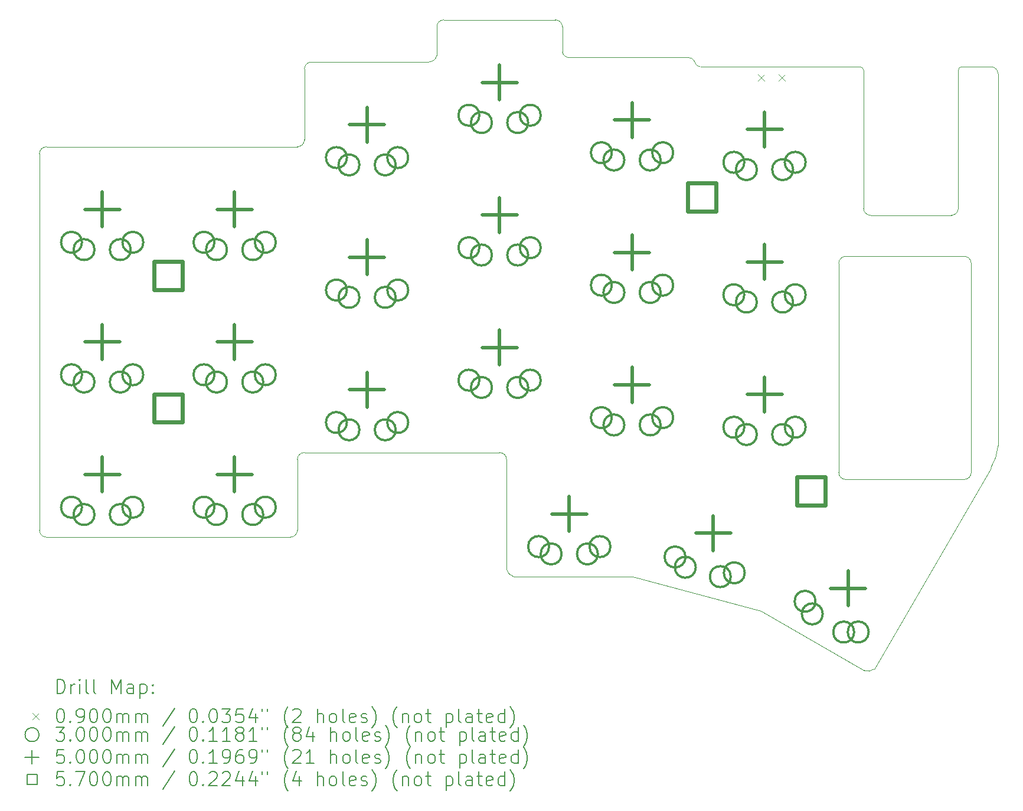
<source format=gbr>
%TF.GenerationSoftware,KiCad,Pcbnew,8.0.5*%
%TF.CreationDate,2024-10-08T17:23:49+03:00*%
%TF.ProjectId,1_3A,315f3341-2e6b-4696-9361-645f70636258,rev?*%
%TF.SameCoordinates,Original*%
%TF.FileFunction,Drillmap*%
%TF.FilePolarity,Positive*%
%FSLAX45Y45*%
G04 Gerber Fmt 4.5, Leading zero omitted, Abs format (unit mm)*
G04 Created by KiCad (PCBNEW 8.0.5) date 2024-10-08 17:23:49*
%MOMM*%
%LPD*%
G01*
G04 APERTURE LIST*
%ADD10C,0.120000*%
%ADD11C,0.200000*%
%ADD12C,0.100000*%
%ADD13C,0.300000*%
%ADD14C,0.500000*%
%ADD15C,0.570000*%
G04 APERTURE END LIST*
D10*
X21196300Y-5561605D02*
X20780000Y-5561605D01*
X11350000Y-5594098D02*
G75*
G02*
X11450000Y-5494100I100000J-2D01*
G01*
X21196301Y-5561598D02*
G75*
G02*
X21300004Y-5661598I-1J-103772D01*
G01*
X11250000Y-12208385D02*
G75*
G02*
X11150000Y-12308390I-100000J-5D01*
G01*
X11150000Y-12308385D02*
X7650000Y-12309098D01*
X17050805Y-5561893D02*
G75*
G02*
X16949997Y-5490001I-10505J91893D01*
G01*
X17898000Y-13370097D02*
X16060000Y-12874097D01*
X14150000Y-11094099D02*
G75*
G02*
X14250001Y-11194099I0J-100001D01*
G01*
X13250000Y-4991125D02*
G75*
G02*
X13350000Y-4887875I100190J3015D01*
G01*
X21300000Y-5661598D02*
X21300000Y-10998200D01*
X15164850Y-5425889D02*
X16850000Y-5425889D01*
X19520000Y-14201651D02*
G75*
G02*
X19379998Y-14220004I-84530J101651D01*
G01*
X14250000Y-12770000D02*
X14250000Y-11194099D01*
X19380000Y-14220000D02*
X17898000Y-13370097D01*
X16850000Y-5425889D02*
G75*
G02*
X16950002Y-5489999I3620J-104401D01*
G01*
X11450000Y-5494098D02*
X13116350Y-5494748D01*
X17050805Y-5561893D02*
X19320000Y-5561605D01*
X7550000Y-6809098D02*
G75*
G02*
X7650000Y-6709100I100000J-2D01*
G01*
X21196300Y-11315700D02*
X19520000Y-14201651D01*
X11250000Y-11194090D02*
G75*
G02*
X11350000Y-11094090I100010J-10D01*
G01*
X15164850Y-5425889D02*
G75*
G02*
X15050003Y-5351187I-20070J94779D01*
G01*
X7550000Y-12209098D02*
X7550000Y-6809098D01*
X14350000Y-12874071D02*
G75*
G02*
X14249999Y-12770000I40130J138641D01*
G01*
X13350000Y-4887879D02*
X14950000Y-4888169D01*
X11350000Y-6609095D02*
G75*
G02*
X11250000Y-6709090I-99990J-5D01*
G01*
X13250000Y-5400650D02*
X13250000Y-4991126D01*
X11250000Y-12208385D02*
X11250000Y-11194090D01*
X14950000Y-4888169D02*
G75*
G02*
X15050001Y-4988336I-80J-100081D01*
G01*
X7650000Y-12309098D02*
G75*
G02*
X7550002Y-12209098I0J99998D01*
G01*
X7650000Y-6709098D02*
X11250000Y-6709098D01*
X16060000Y-12874097D02*
X14350000Y-12874071D01*
X13250000Y-5400650D02*
G75*
G02*
X13116350Y-5494748I-121530J30650D01*
G01*
X15050000Y-4988336D02*
X15050000Y-5351188D01*
X14150000Y-11094099D02*
X11350000Y-11094099D01*
X11350000Y-6609095D02*
X11350000Y-5594098D01*
X21300000Y-10998200D02*
G75*
G02*
X21196299Y-11315699I-726000J61440D01*
G01*
X19014400Y-11380600D02*
X19014400Y-8380600D01*
X19114400Y-8280600D02*
X20814400Y-8280600D01*
X20814400Y-11480600D02*
X19114400Y-11480600D01*
X20914400Y-8380600D02*
X20914400Y-11380600D01*
X19014400Y-8380600D02*
G75*
G02*
X19114400Y-8280600I100005J-5D01*
G01*
X19114400Y-11480600D02*
G75*
G02*
X19014400Y-11380600I2J100002D01*
G01*
X20814400Y-8280600D02*
G75*
G02*
X20914400Y-8380600I0J-100000D01*
G01*
X20914400Y-11380600D02*
G75*
G02*
X20814400Y-11480600I-99995J-5D01*
G01*
X19370000Y-5611605D02*
X19370000Y-7591605D01*
X19470000Y-7691605D02*
X20630000Y-7691605D01*
X20730000Y-7591605D02*
X20730000Y-5611605D01*
X19320000Y-5561605D02*
G75*
G02*
X19370000Y-5611605I0J-50000D01*
G01*
X19470000Y-7691605D02*
G75*
G02*
X19370000Y-7591605I0J100000D01*
G01*
X20730000Y-5611605D02*
G75*
G02*
X20780000Y-5561605I50000J0D01*
G01*
X20730000Y-7591605D02*
G75*
G02*
X20630000Y-7691605I-100000J0D01*
G01*
D11*
D12*
X17855000Y-5674097D02*
X17945000Y-5764097D01*
X17945000Y-5674097D02*
X17855000Y-5764097D01*
X18155000Y-5674097D02*
X18245000Y-5764097D01*
X18245000Y-5674097D02*
X18155000Y-5764097D01*
D13*
X8160000Y-8079097D02*
G75*
G02*
X7860000Y-8079097I-150000J0D01*
G01*
X7860000Y-8079097D02*
G75*
G02*
X8160000Y-8079097I150000J0D01*
G01*
X8160000Y-9979097D02*
G75*
G02*
X7860000Y-9979097I-150000J0D01*
G01*
X7860000Y-9979097D02*
G75*
G02*
X8160000Y-9979097I150000J0D01*
G01*
X8160000Y-11879097D02*
G75*
G02*
X7860000Y-11879097I-150000J0D01*
G01*
X7860000Y-11879097D02*
G75*
G02*
X8160000Y-11879097I150000J0D01*
G01*
X8340000Y-8184097D02*
G75*
G02*
X8040000Y-8184097I-150000J0D01*
G01*
X8040000Y-8184097D02*
G75*
G02*
X8340000Y-8184097I150000J0D01*
G01*
X8340000Y-10084097D02*
G75*
G02*
X8040000Y-10084097I-150000J0D01*
G01*
X8040000Y-10084097D02*
G75*
G02*
X8340000Y-10084097I150000J0D01*
G01*
X8340000Y-11984097D02*
G75*
G02*
X8040000Y-11984097I-150000J0D01*
G01*
X8040000Y-11984097D02*
G75*
G02*
X8340000Y-11984097I150000J0D01*
G01*
X8860000Y-8184097D02*
G75*
G02*
X8560000Y-8184097I-150000J0D01*
G01*
X8560000Y-8184097D02*
G75*
G02*
X8860000Y-8184097I150000J0D01*
G01*
X8860000Y-10084097D02*
G75*
G02*
X8560000Y-10084097I-150000J0D01*
G01*
X8560000Y-10084097D02*
G75*
G02*
X8860000Y-10084097I150000J0D01*
G01*
X8860000Y-11984097D02*
G75*
G02*
X8560000Y-11984097I-150000J0D01*
G01*
X8560000Y-11984097D02*
G75*
G02*
X8860000Y-11984097I150000J0D01*
G01*
X9040000Y-8079097D02*
G75*
G02*
X8740000Y-8079097I-150000J0D01*
G01*
X8740000Y-8079097D02*
G75*
G02*
X9040000Y-8079097I150000J0D01*
G01*
X9040000Y-9979097D02*
G75*
G02*
X8740000Y-9979097I-150000J0D01*
G01*
X8740000Y-9979097D02*
G75*
G02*
X9040000Y-9979097I150000J0D01*
G01*
X9040000Y-11879097D02*
G75*
G02*
X8740000Y-11879097I-150000J0D01*
G01*
X8740000Y-11879097D02*
G75*
G02*
X9040000Y-11879097I150000J0D01*
G01*
X10060000Y-8079097D02*
G75*
G02*
X9760000Y-8079097I-150000J0D01*
G01*
X9760000Y-8079097D02*
G75*
G02*
X10060000Y-8079097I150000J0D01*
G01*
X10060000Y-9979097D02*
G75*
G02*
X9760000Y-9979097I-150000J0D01*
G01*
X9760000Y-9979097D02*
G75*
G02*
X10060000Y-9979097I150000J0D01*
G01*
X10060000Y-11879097D02*
G75*
G02*
X9760000Y-11879097I-150000J0D01*
G01*
X9760000Y-11879097D02*
G75*
G02*
X10060000Y-11879097I150000J0D01*
G01*
X10240000Y-8184097D02*
G75*
G02*
X9940000Y-8184097I-150000J0D01*
G01*
X9940000Y-8184097D02*
G75*
G02*
X10240000Y-8184097I150000J0D01*
G01*
X10240000Y-10084097D02*
G75*
G02*
X9940000Y-10084097I-150000J0D01*
G01*
X9940000Y-10084097D02*
G75*
G02*
X10240000Y-10084097I150000J0D01*
G01*
X10240000Y-11984097D02*
G75*
G02*
X9940000Y-11984097I-150000J0D01*
G01*
X9940000Y-11984097D02*
G75*
G02*
X10240000Y-11984097I150000J0D01*
G01*
X10760000Y-8184097D02*
G75*
G02*
X10460000Y-8184097I-150000J0D01*
G01*
X10460000Y-8184097D02*
G75*
G02*
X10760000Y-8184097I150000J0D01*
G01*
X10760000Y-10084097D02*
G75*
G02*
X10460000Y-10084097I-150000J0D01*
G01*
X10460000Y-10084097D02*
G75*
G02*
X10760000Y-10084097I150000J0D01*
G01*
X10760000Y-11984097D02*
G75*
G02*
X10460000Y-11984097I-150000J0D01*
G01*
X10460000Y-11984097D02*
G75*
G02*
X10760000Y-11984097I150000J0D01*
G01*
X10940000Y-8079097D02*
G75*
G02*
X10640000Y-8079097I-150000J0D01*
G01*
X10640000Y-8079097D02*
G75*
G02*
X10940000Y-8079097I150000J0D01*
G01*
X10940000Y-9979097D02*
G75*
G02*
X10640000Y-9979097I-150000J0D01*
G01*
X10640000Y-9979097D02*
G75*
G02*
X10940000Y-9979097I150000J0D01*
G01*
X10940000Y-11879097D02*
G75*
G02*
X10640000Y-11879097I-150000J0D01*
G01*
X10640000Y-11879097D02*
G75*
G02*
X10940000Y-11879097I150000J0D01*
G01*
X11960000Y-6864097D02*
G75*
G02*
X11660000Y-6864097I-150000J0D01*
G01*
X11660000Y-6864097D02*
G75*
G02*
X11960000Y-6864097I150000J0D01*
G01*
X11960000Y-8764097D02*
G75*
G02*
X11660000Y-8764097I-150000J0D01*
G01*
X11660000Y-8764097D02*
G75*
G02*
X11960000Y-8764097I150000J0D01*
G01*
X11960000Y-10664097D02*
G75*
G02*
X11660000Y-10664097I-150000J0D01*
G01*
X11660000Y-10664097D02*
G75*
G02*
X11960000Y-10664097I150000J0D01*
G01*
X12140000Y-6969097D02*
G75*
G02*
X11840000Y-6969097I-150000J0D01*
G01*
X11840000Y-6969097D02*
G75*
G02*
X12140000Y-6969097I150000J0D01*
G01*
X12140000Y-8869097D02*
G75*
G02*
X11840000Y-8869097I-150000J0D01*
G01*
X11840000Y-8869097D02*
G75*
G02*
X12140000Y-8869097I150000J0D01*
G01*
X12140000Y-10769097D02*
G75*
G02*
X11840000Y-10769097I-150000J0D01*
G01*
X11840000Y-10769097D02*
G75*
G02*
X12140000Y-10769097I150000J0D01*
G01*
X12660000Y-6969097D02*
G75*
G02*
X12360000Y-6969097I-150000J0D01*
G01*
X12360000Y-6969097D02*
G75*
G02*
X12660000Y-6969097I150000J0D01*
G01*
X12660000Y-8869097D02*
G75*
G02*
X12360000Y-8869097I-150000J0D01*
G01*
X12360000Y-8869097D02*
G75*
G02*
X12660000Y-8869097I150000J0D01*
G01*
X12660000Y-10769097D02*
G75*
G02*
X12360000Y-10769097I-150000J0D01*
G01*
X12360000Y-10769097D02*
G75*
G02*
X12660000Y-10769097I150000J0D01*
G01*
X12840000Y-6864097D02*
G75*
G02*
X12540000Y-6864097I-150000J0D01*
G01*
X12540000Y-6864097D02*
G75*
G02*
X12840000Y-6864097I150000J0D01*
G01*
X12840000Y-8764097D02*
G75*
G02*
X12540000Y-8764097I-150000J0D01*
G01*
X12540000Y-8764097D02*
G75*
G02*
X12840000Y-8764097I150000J0D01*
G01*
X12840000Y-10664097D02*
G75*
G02*
X12540000Y-10664097I-150000J0D01*
G01*
X12540000Y-10664097D02*
G75*
G02*
X12840000Y-10664097I150000J0D01*
G01*
X13860000Y-6256597D02*
G75*
G02*
X13560000Y-6256597I-150000J0D01*
G01*
X13560000Y-6256597D02*
G75*
G02*
X13860000Y-6256597I150000J0D01*
G01*
X13860000Y-8156597D02*
G75*
G02*
X13560000Y-8156597I-150000J0D01*
G01*
X13560000Y-8156597D02*
G75*
G02*
X13860000Y-8156597I150000J0D01*
G01*
X13860000Y-10056597D02*
G75*
G02*
X13560000Y-10056597I-150000J0D01*
G01*
X13560000Y-10056597D02*
G75*
G02*
X13860000Y-10056597I150000J0D01*
G01*
X14040000Y-6361597D02*
G75*
G02*
X13740000Y-6361597I-150000J0D01*
G01*
X13740000Y-6361597D02*
G75*
G02*
X14040000Y-6361597I150000J0D01*
G01*
X14040000Y-8261597D02*
G75*
G02*
X13740000Y-8261597I-150000J0D01*
G01*
X13740000Y-8261597D02*
G75*
G02*
X14040000Y-8261597I150000J0D01*
G01*
X14040000Y-10161597D02*
G75*
G02*
X13740000Y-10161597I-150000J0D01*
G01*
X13740000Y-10161597D02*
G75*
G02*
X14040000Y-10161597I150000J0D01*
G01*
X14560000Y-6361597D02*
G75*
G02*
X14260000Y-6361597I-150000J0D01*
G01*
X14260000Y-6361597D02*
G75*
G02*
X14560000Y-6361597I150000J0D01*
G01*
X14560000Y-8261597D02*
G75*
G02*
X14260000Y-8261597I-150000J0D01*
G01*
X14260000Y-8261597D02*
G75*
G02*
X14560000Y-8261597I150000J0D01*
G01*
X14560000Y-10161597D02*
G75*
G02*
X14260000Y-10161597I-150000J0D01*
G01*
X14260000Y-10161597D02*
G75*
G02*
X14560000Y-10161597I150000J0D01*
G01*
X14740000Y-6256597D02*
G75*
G02*
X14440000Y-6256597I-150000J0D01*
G01*
X14440000Y-6256597D02*
G75*
G02*
X14740000Y-6256597I150000J0D01*
G01*
X14740000Y-8156597D02*
G75*
G02*
X14440000Y-8156597I-150000J0D01*
G01*
X14440000Y-8156597D02*
G75*
G02*
X14740000Y-8156597I150000J0D01*
G01*
X14740000Y-10056597D02*
G75*
G02*
X14440000Y-10056597I-150000J0D01*
G01*
X14440000Y-10056597D02*
G75*
G02*
X14740000Y-10056597I150000J0D01*
G01*
X14860000Y-12444070D02*
G75*
G02*
X14560000Y-12444070I-150000J0D01*
G01*
X14560000Y-12444070D02*
G75*
G02*
X14860000Y-12444070I150000J0D01*
G01*
X15040000Y-12549070D02*
G75*
G02*
X14740000Y-12549070I-150000J0D01*
G01*
X14740000Y-12549070D02*
G75*
G02*
X15040000Y-12549070I150000J0D01*
G01*
X15560000Y-12549070D02*
G75*
G02*
X15260000Y-12549070I-150000J0D01*
G01*
X15260000Y-12549070D02*
G75*
G02*
X15560000Y-12549070I150000J0D01*
G01*
X15740000Y-12444070D02*
G75*
G02*
X15440000Y-12444070I-150000J0D01*
G01*
X15440000Y-12444070D02*
G75*
G02*
X15740000Y-12444070I150000J0D01*
G01*
X15760000Y-6794097D02*
G75*
G02*
X15460000Y-6794097I-150000J0D01*
G01*
X15460000Y-6794097D02*
G75*
G02*
X15760000Y-6794097I150000J0D01*
G01*
X15760000Y-8694097D02*
G75*
G02*
X15460000Y-8694097I-150000J0D01*
G01*
X15460000Y-8694097D02*
G75*
G02*
X15760000Y-8694097I150000J0D01*
G01*
X15760000Y-10594097D02*
G75*
G02*
X15460000Y-10594097I-150000J0D01*
G01*
X15460000Y-10594097D02*
G75*
G02*
X15760000Y-10594097I150000J0D01*
G01*
X15940000Y-6899097D02*
G75*
G02*
X15640000Y-6899097I-150000J0D01*
G01*
X15640000Y-6899097D02*
G75*
G02*
X15940000Y-6899097I150000J0D01*
G01*
X15940000Y-8799097D02*
G75*
G02*
X15640000Y-8799097I-150000J0D01*
G01*
X15640000Y-8799097D02*
G75*
G02*
X15940000Y-8799097I150000J0D01*
G01*
X15940000Y-10699097D02*
G75*
G02*
X15640000Y-10699097I-150000J0D01*
G01*
X15640000Y-10699097D02*
G75*
G02*
X15940000Y-10699097I150000J0D01*
G01*
X16460000Y-6899097D02*
G75*
G02*
X16160000Y-6899097I-150000J0D01*
G01*
X16160000Y-6899097D02*
G75*
G02*
X16460000Y-6899097I150000J0D01*
G01*
X16460000Y-8799097D02*
G75*
G02*
X16160000Y-8799097I-150000J0D01*
G01*
X16160000Y-8799097D02*
G75*
G02*
X16460000Y-8799097I150000J0D01*
G01*
X16460000Y-10699097D02*
G75*
G02*
X16160000Y-10699097I-150000J0D01*
G01*
X16160000Y-10699097D02*
G75*
G02*
X16460000Y-10699097I150000J0D01*
G01*
X16640000Y-6794097D02*
G75*
G02*
X16340000Y-6794097I-150000J0D01*
G01*
X16340000Y-6794097D02*
G75*
G02*
X16640000Y-6794097I150000J0D01*
G01*
X16640000Y-8694097D02*
G75*
G02*
X16340000Y-8694097I-150000J0D01*
G01*
X16340000Y-8694097D02*
G75*
G02*
X16640000Y-8694097I150000J0D01*
G01*
X16640000Y-10594097D02*
G75*
G02*
X16340000Y-10594097I-150000J0D01*
G01*
X16340000Y-10594097D02*
G75*
G02*
X16640000Y-10594097I150000J0D01*
G01*
X16816855Y-12592423D02*
G75*
G02*
X16516855Y-12592423I-150000J0D01*
G01*
X16516855Y-12592423D02*
G75*
G02*
X16816855Y-12592423I150000J0D01*
G01*
X16963546Y-12740433D02*
G75*
G02*
X16663546Y-12740433I-150000J0D01*
G01*
X16663546Y-12740433D02*
G75*
G02*
X16963546Y-12740433I150000J0D01*
G01*
X17465827Y-12875019D02*
G75*
G02*
X17165827Y-12875019I-150000J0D01*
G01*
X17165827Y-12875019D02*
G75*
G02*
X17465827Y-12875019I150000J0D01*
G01*
X17660000Y-6931597D02*
G75*
G02*
X17360000Y-6931597I-150000J0D01*
G01*
X17360000Y-6931597D02*
G75*
G02*
X17660000Y-6931597I150000J0D01*
G01*
X17660000Y-8831597D02*
G75*
G02*
X17360000Y-8831597I-150000J0D01*
G01*
X17360000Y-8831597D02*
G75*
G02*
X17660000Y-8831597I150000J0D01*
G01*
X17660000Y-10731597D02*
G75*
G02*
X17360000Y-10731597I-150000J0D01*
G01*
X17360000Y-10731597D02*
G75*
G02*
X17660000Y-10731597I150000J0D01*
G01*
X17666870Y-12820184D02*
G75*
G02*
X17366870Y-12820184I-150000J0D01*
G01*
X17366870Y-12820184D02*
G75*
G02*
X17666870Y-12820184I150000J0D01*
G01*
X17840000Y-7036597D02*
G75*
G02*
X17540000Y-7036597I-150000J0D01*
G01*
X17540000Y-7036597D02*
G75*
G02*
X17840000Y-7036597I150000J0D01*
G01*
X17840000Y-8936597D02*
G75*
G02*
X17540000Y-8936597I-150000J0D01*
G01*
X17540000Y-8936597D02*
G75*
G02*
X17840000Y-8936597I150000J0D01*
G01*
X17840000Y-10836597D02*
G75*
G02*
X17540000Y-10836597I-150000J0D01*
G01*
X17540000Y-10836597D02*
G75*
G02*
X17840000Y-10836597I150000J0D01*
G01*
X18360000Y-7036597D02*
G75*
G02*
X18060000Y-7036597I-150000J0D01*
G01*
X18060000Y-7036597D02*
G75*
G02*
X18360000Y-7036597I150000J0D01*
G01*
X18360000Y-8936597D02*
G75*
G02*
X18060000Y-8936597I-150000J0D01*
G01*
X18060000Y-8936597D02*
G75*
G02*
X18360000Y-8936597I150000J0D01*
G01*
X18360000Y-10836597D02*
G75*
G02*
X18060000Y-10836597I-150000J0D01*
G01*
X18060000Y-10836597D02*
G75*
G02*
X18360000Y-10836597I150000J0D01*
G01*
X18540000Y-6931597D02*
G75*
G02*
X18240000Y-6931597I-150000J0D01*
G01*
X18240000Y-6931597D02*
G75*
G02*
X18540000Y-6931597I150000J0D01*
G01*
X18540000Y-8831597D02*
G75*
G02*
X18240000Y-8831597I-150000J0D01*
G01*
X18240000Y-8831597D02*
G75*
G02*
X18540000Y-8831597I150000J0D01*
G01*
X18540000Y-10731597D02*
G75*
G02*
X18240000Y-10731597I-150000J0D01*
G01*
X18240000Y-10731597D02*
G75*
G02*
X18540000Y-10731597I150000J0D01*
G01*
X18681675Y-13228949D02*
G75*
G02*
X18381675Y-13228949I-150000J0D01*
G01*
X18381675Y-13228949D02*
G75*
G02*
X18681675Y-13228949I150000J0D01*
G01*
X18785060Y-13409882D02*
G75*
G02*
X18485060Y-13409882I-150000J0D01*
G01*
X18485060Y-13409882D02*
G75*
G02*
X18785060Y-13409882I150000J0D01*
G01*
X19235393Y-13669882D02*
G75*
G02*
X18935393Y-13669882I-150000J0D01*
G01*
X18935393Y-13669882D02*
G75*
G02*
X19235393Y-13669882I150000J0D01*
G01*
X19443778Y-13668949D02*
G75*
G02*
X19143778Y-13668949I-150000J0D01*
G01*
X19143778Y-13668949D02*
G75*
G02*
X19443778Y-13668949I150000J0D01*
G01*
D14*
X8450000Y-7359097D02*
X8450000Y-7859097D01*
X8200000Y-7609097D02*
X8700000Y-7609097D01*
X8450000Y-9259097D02*
X8450000Y-9759097D01*
X8200000Y-9509097D02*
X8700000Y-9509097D01*
X8450000Y-11159097D02*
X8450000Y-11659097D01*
X8200000Y-11409097D02*
X8700000Y-11409097D01*
X10350000Y-7359097D02*
X10350000Y-7859097D01*
X10100000Y-7609097D02*
X10600000Y-7609097D01*
X10350000Y-9259097D02*
X10350000Y-9759097D01*
X10100000Y-9509097D02*
X10600000Y-9509097D01*
X10350000Y-11159097D02*
X10350000Y-11659097D01*
X10100000Y-11409097D02*
X10600000Y-11409097D01*
X12250000Y-6144097D02*
X12250000Y-6644097D01*
X12000000Y-6394097D02*
X12500000Y-6394097D01*
X12250000Y-8044097D02*
X12250000Y-8544097D01*
X12000000Y-8294097D02*
X12500000Y-8294097D01*
X12250000Y-9944097D02*
X12250000Y-10444097D01*
X12000000Y-10194097D02*
X12500000Y-10194097D01*
X14150000Y-5536597D02*
X14150000Y-6036597D01*
X13900000Y-5786597D02*
X14400000Y-5786597D01*
X14150000Y-7436597D02*
X14150000Y-7936597D01*
X13900000Y-7686597D02*
X14400000Y-7686597D01*
X14150000Y-9336597D02*
X14150000Y-9836597D01*
X13900000Y-9586597D02*
X14400000Y-9586597D01*
X15150000Y-11724070D02*
X15150000Y-12224070D01*
X14900000Y-11974070D02*
X15400000Y-11974070D01*
X16050000Y-6074097D02*
X16050000Y-6574097D01*
X15800000Y-6324097D02*
X16300000Y-6324097D01*
X16050000Y-7974097D02*
X16050000Y-8474097D01*
X15800000Y-8224097D02*
X16300000Y-8224097D01*
X16050000Y-9874097D02*
X16050000Y-10374097D01*
X15800000Y-10124097D02*
X16300000Y-10124097D01*
X17213508Y-12002319D02*
X17213508Y-12502319D01*
X16963508Y-12252319D02*
X17463508Y-12252319D01*
X17950000Y-6211597D02*
X17950000Y-6711597D01*
X17700000Y-6461597D02*
X18200000Y-6461597D01*
X17950000Y-8111597D02*
X17950000Y-8611597D01*
X17700000Y-8361597D02*
X18200000Y-8361597D01*
X17950000Y-10011597D02*
X17950000Y-10511597D01*
X17700000Y-10261597D02*
X18200000Y-10261597D01*
X19147726Y-12791917D02*
X19147726Y-13291917D01*
X18897726Y-13041917D02*
X19397726Y-13041917D01*
D15*
X9601527Y-8760624D02*
X9601527Y-8357570D01*
X9198473Y-8357570D01*
X9198473Y-8760624D01*
X9601527Y-8760624D01*
X9601527Y-10660624D02*
X9601527Y-10257570D01*
X9198473Y-10257570D01*
X9198473Y-10660624D01*
X9601527Y-10660624D01*
X17251527Y-7631527D02*
X17251527Y-7228473D01*
X16848473Y-7228473D01*
X16848473Y-7631527D01*
X17251527Y-7631527D01*
X18819743Y-11847841D02*
X18819743Y-11444786D01*
X18416688Y-11444786D01*
X18416688Y-11847841D01*
X18819743Y-11847841D01*
D11*
X7804777Y-14549689D02*
X7804777Y-14349689D01*
X7804777Y-14349689D02*
X7852396Y-14349689D01*
X7852396Y-14349689D02*
X7880967Y-14359213D01*
X7880967Y-14359213D02*
X7900015Y-14378260D01*
X7900015Y-14378260D02*
X7909539Y-14397308D01*
X7909539Y-14397308D02*
X7919062Y-14435403D01*
X7919062Y-14435403D02*
X7919062Y-14463975D01*
X7919062Y-14463975D02*
X7909539Y-14502070D01*
X7909539Y-14502070D02*
X7900015Y-14521117D01*
X7900015Y-14521117D02*
X7880967Y-14540165D01*
X7880967Y-14540165D02*
X7852396Y-14549689D01*
X7852396Y-14549689D02*
X7804777Y-14549689D01*
X8004777Y-14549689D02*
X8004777Y-14416356D01*
X8004777Y-14454451D02*
X8014301Y-14435403D01*
X8014301Y-14435403D02*
X8023824Y-14425879D01*
X8023824Y-14425879D02*
X8042872Y-14416356D01*
X8042872Y-14416356D02*
X8061920Y-14416356D01*
X8128586Y-14549689D02*
X8128586Y-14416356D01*
X8128586Y-14349689D02*
X8119062Y-14359213D01*
X8119062Y-14359213D02*
X8128586Y-14368737D01*
X8128586Y-14368737D02*
X8138110Y-14359213D01*
X8138110Y-14359213D02*
X8128586Y-14349689D01*
X8128586Y-14349689D02*
X8128586Y-14368737D01*
X8252396Y-14549689D02*
X8233348Y-14540165D01*
X8233348Y-14540165D02*
X8223824Y-14521117D01*
X8223824Y-14521117D02*
X8223824Y-14349689D01*
X8357158Y-14549689D02*
X8338110Y-14540165D01*
X8338110Y-14540165D02*
X8328586Y-14521117D01*
X8328586Y-14521117D02*
X8328586Y-14349689D01*
X8585729Y-14549689D02*
X8585729Y-14349689D01*
X8585729Y-14349689D02*
X8652396Y-14492546D01*
X8652396Y-14492546D02*
X8719063Y-14349689D01*
X8719063Y-14349689D02*
X8719063Y-14549689D01*
X8900015Y-14549689D02*
X8900015Y-14444927D01*
X8900015Y-14444927D02*
X8890491Y-14425879D01*
X8890491Y-14425879D02*
X8871444Y-14416356D01*
X8871444Y-14416356D02*
X8833348Y-14416356D01*
X8833348Y-14416356D02*
X8814301Y-14425879D01*
X8900015Y-14540165D02*
X8880967Y-14549689D01*
X8880967Y-14549689D02*
X8833348Y-14549689D01*
X8833348Y-14549689D02*
X8814301Y-14540165D01*
X8814301Y-14540165D02*
X8804777Y-14521117D01*
X8804777Y-14521117D02*
X8804777Y-14502070D01*
X8804777Y-14502070D02*
X8814301Y-14483022D01*
X8814301Y-14483022D02*
X8833348Y-14473498D01*
X8833348Y-14473498D02*
X8880967Y-14473498D01*
X8880967Y-14473498D02*
X8900015Y-14463975D01*
X8995253Y-14416356D02*
X8995253Y-14616356D01*
X8995253Y-14425879D02*
X9014301Y-14416356D01*
X9014301Y-14416356D02*
X9052396Y-14416356D01*
X9052396Y-14416356D02*
X9071444Y-14425879D01*
X9071444Y-14425879D02*
X9080967Y-14435403D01*
X9080967Y-14435403D02*
X9090491Y-14454451D01*
X9090491Y-14454451D02*
X9090491Y-14511594D01*
X9090491Y-14511594D02*
X9080967Y-14530641D01*
X9080967Y-14530641D02*
X9071444Y-14540165D01*
X9071444Y-14540165D02*
X9052396Y-14549689D01*
X9052396Y-14549689D02*
X9014301Y-14549689D01*
X9014301Y-14549689D02*
X8995253Y-14540165D01*
X9176205Y-14530641D02*
X9185729Y-14540165D01*
X9185729Y-14540165D02*
X9176205Y-14549689D01*
X9176205Y-14549689D02*
X9166682Y-14540165D01*
X9166682Y-14540165D02*
X9176205Y-14530641D01*
X9176205Y-14530641D02*
X9176205Y-14549689D01*
X9176205Y-14425879D02*
X9185729Y-14435403D01*
X9185729Y-14435403D02*
X9176205Y-14444927D01*
X9176205Y-14444927D02*
X9166682Y-14435403D01*
X9166682Y-14435403D02*
X9176205Y-14425879D01*
X9176205Y-14425879D02*
X9176205Y-14444927D01*
D12*
X7454000Y-14833205D02*
X7544000Y-14923205D01*
X7544000Y-14833205D02*
X7454000Y-14923205D01*
D11*
X7842872Y-14769689D02*
X7861920Y-14769689D01*
X7861920Y-14769689D02*
X7880967Y-14779213D01*
X7880967Y-14779213D02*
X7890491Y-14788737D01*
X7890491Y-14788737D02*
X7900015Y-14807784D01*
X7900015Y-14807784D02*
X7909539Y-14845879D01*
X7909539Y-14845879D02*
X7909539Y-14893498D01*
X7909539Y-14893498D02*
X7900015Y-14931594D01*
X7900015Y-14931594D02*
X7890491Y-14950641D01*
X7890491Y-14950641D02*
X7880967Y-14960165D01*
X7880967Y-14960165D02*
X7861920Y-14969689D01*
X7861920Y-14969689D02*
X7842872Y-14969689D01*
X7842872Y-14969689D02*
X7823824Y-14960165D01*
X7823824Y-14960165D02*
X7814301Y-14950641D01*
X7814301Y-14950641D02*
X7804777Y-14931594D01*
X7804777Y-14931594D02*
X7795253Y-14893498D01*
X7795253Y-14893498D02*
X7795253Y-14845879D01*
X7795253Y-14845879D02*
X7804777Y-14807784D01*
X7804777Y-14807784D02*
X7814301Y-14788737D01*
X7814301Y-14788737D02*
X7823824Y-14779213D01*
X7823824Y-14779213D02*
X7842872Y-14769689D01*
X7995253Y-14950641D02*
X8004777Y-14960165D01*
X8004777Y-14960165D02*
X7995253Y-14969689D01*
X7995253Y-14969689D02*
X7985729Y-14960165D01*
X7985729Y-14960165D02*
X7995253Y-14950641D01*
X7995253Y-14950641D02*
X7995253Y-14969689D01*
X8100015Y-14969689D02*
X8138110Y-14969689D01*
X8138110Y-14969689D02*
X8157158Y-14960165D01*
X8157158Y-14960165D02*
X8166682Y-14950641D01*
X8166682Y-14950641D02*
X8185729Y-14922070D01*
X8185729Y-14922070D02*
X8195253Y-14883975D01*
X8195253Y-14883975D02*
X8195253Y-14807784D01*
X8195253Y-14807784D02*
X8185729Y-14788737D01*
X8185729Y-14788737D02*
X8176205Y-14779213D01*
X8176205Y-14779213D02*
X8157158Y-14769689D01*
X8157158Y-14769689D02*
X8119062Y-14769689D01*
X8119062Y-14769689D02*
X8100015Y-14779213D01*
X8100015Y-14779213D02*
X8090491Y-14788737D01*
X8090491Y-14788737D02*
X8080967Y-14807784D01*
X8080967Y-14807784D02*
X8080967Y-14855403D01*
X8080967Y-14855403D02*
X8090491Y-14874451D01*
X8090491Y-14874451D02*
X8100015Y-14883975D01*
X8100015Y-14883975D02*
X8119062Y-14893498D01*
X8119062Y-14893498D02*
X8157158Y-14893498D01*
X8157158Y-14893498D02*
X8176205Y-14883975D01*
X8176205Y-14883975D02*
X8185729Y-14874451D01*
X8185729Y-14874451D02*
X8195253Y-14855403D01*
X8319062Y-14769689D02*
X8338110Y-14769689D01*
X8338110Y-14769689D02*
X8357158Y-14779213D01*
X8357158Y-14779213D02*
X8366682Y-14788737D01*
X8366682Y-14788737D02*
X8376205Y-14807784D01*
X8376205Y-14807784D02*
X8385729Y-14845879D01*
X8385729Y-14845879D02*
X8385729Y-14893498D01*
X8385729Y-14893498D02*
X8376205Y-14931594D01*
X8376205Y-14931594D02*
X8366682Y-14950641D01*
X8366682Y-14950641D02*
X8357158Y-14960165D01*
X8357158Y-14960165D02*
X8338110Y-14969689D01*
X8338110Y-14969689D02*
X8319062Y-14969689D01*
X8319062Y-14969689D02*
X8300015Y-14960165D01*
X8300015Y-14960165D02*
X8290491Y-14950641D01*
X8290491Y-14950641D02*
X8280967Y-14931594D01*
X8280967Y-14931594D02*
X8271443Y-14893498D01*
X8271443Y-14893498D02*
X8271443Y-14845879D01*
X8271443Y-14845879D02*
X8280967Y-14807784D01*
X8280967Y-14807784D02*
X8290491Y-14788737D01*
X8290491Y-14788737D02*
X8300015Y-14779213D01*
X8300015Y-14779213D02*
X8319062Y-14769689D01*
X8509539Y-14769689D02*
X8528586Y-14769689D01*
X8528586Y-14769689D02*
X8547634Y-14779213D01*
X8547634Y-14779213D02*
X8557158Y-14788737D01*
X8557158Y-14788737D02*
X8566682Y-14807784D01*
X8566682Y-14807784D02*
X8576205Y-14845879D01*
X8576205Y-14845879D02*
X8576205Y-14893498D01*
X8576205Y-14893498D02*
X8566682Y-14931594D01*
X8566682Y-14931594D02*
X8557158Y-14950641D01*
X8557158Y-14950641D02*
X8547634Y-14960165D01*
X8547634Y-14960165D02*
X8528586Y-14969689D01*
X8528586Y-14969689D02*
X8509539Y-14969689D01*
X8509539Y-14969689D02*
X8490491Y-14960165D01*
X8490491Y-14960165D02*
X8480967Y-14950641D01*
X8480967Y-14950641D02*
X8471444Y-14931594D01*
X8471444Y-14931594D02*
X8461920Y-14893498D01*
X8461920Y-14893498D02*
X8461920Y-14845879D01*
X8461920Y-14845879D02*
X8471444Y-14807784D01*
X8471444Y-14807784D02*
X8480967Y-14788737D01*
X8480967Y-14788737D02*
X8490491Y-14779213D01*
X8490491Y-14779213D02*
X8509539Y-14769689D01*
X8661920Y-14969689D02*
X8661920Y-14836356D01*
X8661920Y-14855403D02*
X8671444Y-14845879D01*
X8671444Y-14845879D02*
X8690491Y-14836356D01*
X8690491Y-14836356D02*
X8719063Y-14836356D01*
X8719063Y-14836356D02*
X8738110Y-14845879D01*
X8738110Y-14845879D02*
X8747634Y-14864927D01*
X8747634Y-14864927D02*
X8747634Y-14969689D01*
X8747634Y-14864927D02*
X8757158Y-14845879D01*
X8757158Y-14845879D02*
X8776205Y-14836356D01*
X8776205Y-14836356D02*
X8804777Y-14836356D01*
X8804777Y-14836356D02*
X8823825Y-14845879D01*
X8823825Y-14845879D02*
X8833348Y-14864927D01*
X8833348Y-14864927D02*
X8833348Y-14969689D01*
X8928586Y-14969689D02*
X8928586Y-14836356D01*
X8928586Y-14855403D02*
X8938110Y-14845879D01*
X8938110Y-14845879D02*
X8957158Y-14836356D01*
X8957158Y-14836356D02*
X8985729Y-14836356D01*
X8985729Y-14836356D02*
X9004777Y-14845879D01*
X9004777Y-14845879D02*
X9014301Y-14864927D01*
X9014301Y-14864927D02*
X9014301Y-14969689D01*
X9014301Y-14864927D02*
X9023825Y-14845879D01*
X9023825Y-14845879D02*
X9042872Y-14836356D01*
X9042872Y-14836356D02*
X9071444Y-14836356D01*
X9071444Y-14836356D02*
X9090491Y-14845879D01*
X9090491Y-14845879D02*
X9100015Y-14864927D01*
X9100015Y-14864927D02*
X9100015Y-14969689D01*
X9490491Y-14760165D02*
X9319063Y-15017308D01*
X9747634Y-14769689D02*
X9766682Y-14769689D01*
X9766682Y-14769689D02*
X9785729Y-14779213D01*
X9785729Y-14779213D02*
X9795253Y-14788737D01*
X9795253Y-14788737D02*
X9804777Y-14807784D01*
X9804777Y-14807784D02*
X9814301Y-14845879D01*
X9814301Y-14845879D02*
X9814301Y-14893498D01*
X9814301Y-14893498D02*
X9804777Y-14931594D01*
X9804777Y-14931594D02*
X9795253Y-14950641D01*
X9795253Y-14950641D02*
X9785729Y-14960165D01*
X9785729Y-14960165D02*
X9766682Y-14969689D01*
X9766682Y-14969689D02*
X9747634Y-14969689D01*
X9747634Y-14969689D02*
X9728587Y-14960165D01*
X9728587Y-14960165D02*
X9719063Y-14950641D01*
X9719063Y-14950641D02*
X9709539Y-14931594D01*
X9709539Y-14931594D02*
X9700015Y-14893498D01*
X9700015Y-14893498D02*
X9700015Y-14845879D01*
X9700015Y-14845879D02*
X9709539Y-14807784D01*
X9709539Y-14807784D02*
X9719063Y-14788737D01*
X9719063Y-14788737D02*
X9728587Y-14779213D01*
X9728587Y-14779213D02*
X9747634Y-14769689D01*
X9900015Y-14950641D02*
X9909539Y-14960165D01*
X9909539Y-14960165D02*
X9900015Y-14969689D01*
X9900015Y-14969689D02*
X9890491Y-14960165D01*
X9890491Y-14960165D02*
X9900015Y-14950641D01*
X9900015Y-14950641D02*
X9900015Y-14969689D01*
X10033348Y-14769689D02*
X10052396Y-14769689D01*
X10052396Y-14769689D02*
X10071444Y-14779213D01*
X10071444Y-14779213D02*
X10080968Y-14788737D01*
X10080968Y-14788737D02*
X10090491Y-14807784D01*
X10090491Y-14807784D02*
X10100015Y-14845879D01*
X10100015Y-14845879D02*
X10100015Y-14893498D01*
X10100015Y-14893498D02*
X10090491Y-14931594D01*
X10090491Y-14931594D02*
X10080968Y-14950641D01*
X10080968Y-14950641D02*
X10071444Y-14960165D01*
X10071444Y-14960165D02*
X10052396Y-14969689D01*
X10052396Y-14969689D02*
X10033348Y-14969689D01*
X10033348Y-14969689D02*
X10014301Y-14960165D01*
X10014301Y-14960165D02*
X10004777Y-14950641D01*
X10004777Y-14950641D02*
X9995253Y-14931594D01*
X9995253Y-14931594D02*
X9985729Y-14893498D01*
X9985729Y-14893498D02*
X9985729Y-14845879D01*
X9985729Y-14845879D02*
X9995253Y-14807784D01*
X9995253Y-14807784D02*
X10004777Y-14788737D01*
X10004777Y-14788737D02*
X10014301Y-14779213D01*
X10014301Y-14779213D02*
X10033348Y-14769689D01*
X10166682Y-14769689D02*
X10290491Y-14769689D01*
X10290491Y-14769689D02*
X10223825Y-14845879D01*
X10223825Y-14845879D02*
X10252396Y-14845879D01*
X10252396Y-14845879D02*
X10271444Y-14855403D01*
X10271444Y-14855403D02*
X10280968Y-14864927D01*
X10280968Y-14864927D02*
X10290491Y-14883975D01*
X10290491Y-14883975D02*
X10290491Y-14931594D01*
X10290491Y-14931594D02*
X10280968Y-14950641D01*
X10280968Y-14950641D02*
X10271444Y-14960165D01*
X10271444Y-14960165D02*
X10252396Y-14969689D01*
X10252396Y-14969689D02*
X10195253Y-14969689D01*
X10195253Y-14969689D02*
X10176206Y-14960165D01*
X10176206Y-14960165D02*
X10166682Y-14950641D01*
X10471444Y-14769689D02*
X10376206Y-14769689D01*
X10376206Y-14769689D02*
X10366682Y-14864927D01*
X10366682Y-14864927D02*
X10376206Y-14855403D01*
X10376206Y-14855403D02*
X10395253Y-14845879D01*
X10395253Y-14845879D02*
X10442872Y-14845879D01*
X10442872Y-14845879D02*
X10461920Y-14855403D01*
X10461920Y-14855403D02*
X10471444Y-14864927D01*
X10471444Y-14864927D02*
X10480968Y-14883975D01*
X10480968Y-14883975D02*
X10480968Y-14931594D01*
X10480968Y-14931594D02*
X10471444Y-14950641D01*
X10471444Y-14950641D02*
X10461920Y-14960165D01*
X10461920Y-14960165D02*
X10442872Y-14969689D01*
X10442872Y-14969689D02*
X10395253Y-14969689D01*
X10395253Y-14969689D02*
X10376206Y-14960165D01*
X10376206Y-14960165D02*
X10366682Y-14950641D01*
X10652396Y-14836356D02*
X10652396Y-14969689D01*
X10604777Y-14760165D02*
X10557158Y-14903022D01*
X10557158Y-14903022D02*
X10680968Y-14903022D01*
X10747634Y-14769689D02*
X10747634Y-14807784D01*
X10823825Y-14769689D02*
X10823825Y-14807784D01*
X11119063Y-15045879D02*
X11109539Y-15036356D01*
X11109539Y-15036356D02*
X11090491Y-15007784D01*
X11090491Y-15007784D02*
X11080968Y-14988737D01*
X11080968Y-14988737D02*
X11071444Y-14960165D01*
X11071444Y-14960165D02*
X11061920Y-14912546D01*
X11061920Y-14912546D02*
X11061920Y-14874451D01*
X11061920Y-14874451D02*
X11071444Y-14826832D01*
X11071444Y-14826832D02*
X11080968Y-14798260D01*
X11080968Y-14798260D02*
X11090491Y-14779213D01*
X11090491Y-14779213D02*
X11109539Y-14750641D01*
X11109539Y-14750641D02*
X11119063Y-14741117D01*
X11185729Y-14788737D02*
X11195253Y-14779213D01*
X11195253Y-14779213D02*
X11214301Y-14769689D01*
X11214301Y-14769689D02*
X11261920Y-14769689D01*
X11261920Y-14769689D02*
X11280968Y-14779213D01*
X11280968Y-14779213D02*
X11290491Y-14788737D01*
X11290491Y-14788737D02*
X11300015Y-14807784D01*
X11300015Y-14807784D02*
X11300015Y-14826832D01*
X11300015Y-14826832D02*
X11290491Y-14855403D01*
X11290491Y-14855403D02*
X11176206Y-14969689D01*
X11176206Y-14969689D02*
X11300015Y-14969689D01*
X11538110Y-14969689D02*
X11538110Y-14769689D01*
X11623825Y-14969689D02*
X11623825Y-14864927D01*
X11623825Y-14864927D02*
X11614301Y-14845879D01*
X11614301Y-14845879D02*
X11595253Y-14836356D01*
X11595253Y-14836356D02*
X11566682Y-14836356D01*
X11566682Y-14836356D02*
X11547634Y-14845879D01*
X11547634Y-14845879D02*
X11538110Y-14855403D01*
X11747634Y-14969689D02*
X11728587Y-14960165D01*
X11728587Y-14960165D02*
X11719063Y-14950641D01*
X11719063Y-14950641D02*
X11709539Y-14931594D01*
X11709539Y-14931594D02*
X11709539Y-14874451D01*
X11709539Y-14874451D02*
X11719063Y-14855403D01*
X11719063Y-14855403D02*
X11728587Y-14845879D01*
X11728587Y-14845879D02*
X11747634Y-14836356D01*
X11747634Y-14836356D02*
X11776206Y-14836356D01*
X11776206Y-14836356D02*
X11795253Y-14845879D01*
X11795253Y-14845879D02*
X11804777Y-14855403D01*
X11804777Y-14855403D02*
X11814301Y-14874451D01*
X11814301Y-14874451D02*
X11814301Y-14931594D01*
X11814301Y-14931594D02*
X11804777Y-14950641D01*
X11804777Y-14950641D02*
X11795253Y-14960165D01*
X11795253Y-14960165D02*
X11776206Y-14969689D01*
X11776206Y-14969689D02*
X11747634Y-14969689D01*
X11928587Y-14969689D02*
X11909539Y-14960165D01*
X11909539Y-14960165D02*
X11900015Y-14941117D01*
X11900015Y-14941117D02*
X11900015Y-14769689D01*
X12080968Y-14960165D02*
X12061920Y-14969689D01*
X12061920Y-14969689D02*
X12023825Y-14969689D01*
X12023825Y-14969689D02*
X12004777Y-14960165D01*
X12004777Y-14960165D02*
X11995253Y-14941117D01*
X11995253Y-14941117D02*
X11995253Y-14864927D01*
X11995253Y-14864927D02*
X12004777Y-14845879D01*
X12004777Y-14845879D02*
X12023825Y-14836356D01*
X12023825Y-14836356D02*
X12061920Y-14836356D01*
X12061920Y-14836356D02*
X12080968Y-14845879D01*
X12080968Y-14845879D02*
X12090491Y-14864927D01*
X12090491Y-14864927D02*
X12090491Y-14883975D01*
X12090491Y-14883975D02*
X11995253Y-14903022D01*
X12166682Y-14960165D02*
X12185730Y-14969689D01*
X12185730Y-14969689D02*
X12223825Y-14969689D01*
X12223825Y-14969689D02*
X12242872Y-14960165D01*
X12242872Y-14960165D02*
X12252396Y-14941117D01*
X12252396Y-14941117D02*
X12252396Y-14931594D01*
X12252396Y-14931594D02*
X12242872Y-14912546D01*
X12242872Y-14912546D02*
X12223825Y-14903022D01*
X12223825Y-14903022D02*
X12195253Y-14903022D01*
X12195253Y-14903022D02*
X12176206Y-14893498D01*
X12176206Y-14893498D02*
X12166682Y-14874451D01*
X12166682Y-14874451D02*
X12166682Y-14864927D01*
X12166682Y-14864927D02*
X12176206Y-14845879D01*
X12176206Y-14845879D02*
X12195253Y-14836356D01*
X12195253Y-14836356D02*
X12223825Y-14836356D01*
X12223825Y-14836356D02*
X12242872Y-14845879D01*
X12319063Y-15045879D02*
X12328587Y-15036356D01*
X12328587Y-15036356D02*
X12347634Y-15007784D01*
X12347634Y-15007784D02*
X12357158Y-14988737D01*
X12357158Y-14988737D02*
X12366682Y-14960165D01*
X12366682Y-14960165D02*
X12376206Y-14912546D01*
X12376206Y-14912546D02*
X12376206Y-14874451D01*
X12376206Y-14874451D02*
X12366682Y-14826832D01*
X12366682Y-14826832D02*
X12357158Y-14798260D01*
X12357158Y-14798260D02*
X12347634Y-14779213D01*
X12347634Y-14779213D02*
X12328587Y-14750641D01*
X12328587Y-14750641D02*
X12319063Y-14741117D01*
X12680968Y-15045879D02*
X12671444Y-15036356D01*
X12671444Y-15036356D02*
X12652396Y-15007784D01*
X12652396Y-15007784D02*
X12642872Y-14988737D01*
X12642872Y-14988737D02*
X12633349Y-14960165D01*
X12633349Y-14960165D02*
X12623825Y-14912546D01*
X12623825Y-14912546D02*
X12623825Y-14874451D01*
X12623825Y-14874451D02*
X12633349Y-14826832D01*
X12633349Y-14826832D02*
X12642872Y-14798260D01*
X12642872Y-14798260D02*
X12652396Y-14779213D01*
X12652396Y-14779213D02*
X12671444Y-14750641D01*
X12671444Y-14750641D02*
X12680968Y-14741117D01*
X12757158Y-14836356D02*
X12757158Y-14969689D01*
X12757158Y-14855403D02*
X12766682Y-14845879D01*
X12766682Y-14845879D02*
X12785730Y-14836356D01*
X12785730Y-14836356D02*
X12814301Y-14836356D01*
X12814301Y-14836356D02*
X12833349Y-14845879D01*
X12833349Y-14845879D02*
X12842872Y-14864927D01*
X12842872Y-14864927D02*
X12842872Y-14969689D01*
X12966682Y-14969689D02*
X12947634Y-14960165D01*
X12947634Y-14960165D02*
X12938111Y-14950641D01*
X12938111Y-14950641D02*
X12928587Y-14931594D01*
X12928587Y-14931594D02*
X12928587Y-14874451D01*
X12928587Y-14874451D02*
X12938111Y-14855403D01*
X12938111Y-14855403D02*
X12947634Y-14845879D01*
X12947634Y-14845879D02*
X12966682Y-14836356D01*
X12966682Y-14836356D02*
X12995253Y-14836356D01*
X12995253Y-14836356D02*
X13014301Y-14845879D01*
X13014301Y-14845879D02*
X13023825Y-14855403D01*
X13023825Y-14855403D02*
X13033349Y-14874451D01*
X13033349Y-14874451D02*
X13033349Y-14931594D01*
X13033349Y-14931594D02*
X13023825Y-14950641D01*
X13023825Y-14950641D02*
X13014301Y-14960165D01*
X13014301Y-14960165D02*
X12995253Y-14969689D01*
X12995253Y-14969689D02*
X12966682Y-14969689D01*
X13090492Y-14836356D02*
X13166682Y-14836356D01*
X13119063Y-14769689D02*
X13119063Y-14941117D01*
X13119063Y-14941117D02*
X13128587Y-14960165D01*
X13128587Y-14960165D02*
X13147634Y-14969689D01*
X13147634Y-14969689D02*
X13166682Y-14969689D01*
X13385730Y-14836356D02*
X13385730Y-15036356D01*
X13385730Y-14845879D02*
X13404777Y-14836356D01*
X13404777Y-14836356D02*
X13442873Y-14836356D01*
X13442873Y-14836356D02*
X13461920Y-14845879D01*
X13461920Y-14845879D02*
X13471444Y-14855403D01*
X13471444Y-14855403D02*
X13480968Y-14874451D01*
X13480968Y-14874451D02*
X13480968Y-14931594D01*
X13480968Y-14931594D02*
X13471444Y-14950641D01*
X13471444Y-14950641D02*
X13461920Y-14960165D01*
X13461920Y-14960165D02*
X13442873Y-14969689D01*
X13442873Y-14969689D02*
X13404777Y-14969689D01*
X13404777Y-14969689D02*
X13385730Y-14960165D01*
X13595253Y-14969689D02*
X13576206Y-14960165D01*
X13576206Y-14960165D02*
X13566682Y-14941117D01*
X13566682Y-14941117D02*
X13566682Y-14769689D01*
X13757158Y-14969689D02*
X13757158Y-14864927D01*
X13757158Y-14864927D02*
X13747634Y-14845879D01*
X13747634Y-14845879D02*
X13728587Y-14836356D01*
X13728587Y-14836356D02*
X13690492Y-14836356D01*
X13690492Y-14836356D02*
X13671444Y-14845879D01*
X13757158Y-14960165D02*
X13738111Y-14969689D01*
X13738111Y-14969689D02*
X13690492Y-14969689D01*
X13690492Y-14969689D02*
X13671444Y-14960165D01*
X13671444Y-14960165D02*
X13661920Y-14941117D01*
X13661920Y-14941117D02*
X13661920Y-14922070D01*
X13661920Y-14922070D02*
X13671444Y-14903022D01*
X13671444Y-14903022D02*
X13690492Y-14893498D01*
X13690492Y-14893498D02*
X13738111Y-14893498D01*
X13738111Y-14893498D02*
X13757158Y-14883975D01*
X13823825Y-14836356D02*
X13900015Y-14836356D01*
X13852396Y-14769689D02*
X13852396Y-14941117D01*
X13852396Y-14941117D02*
X13861920Y-14960165D01*
X13861920Y-14960165D02*
X13880968Y-14969689D01*
X13880968Y-14969689D02*
X13900015Y-14969689D01*
X14042873Y-14960165D02*
X14023825Y-14969689D01*
X14023825Y-14969689D02*
X13985730Y-14969689D01*
X13985730Y-14969689D02*
X13966682Y-14960165D01*
X13966682Y-14960165D02*
X13957158Y-14941117D01*
X13957158Y-14941117D02*
X13957158Y-14864927D01*
X13957158Y-14864927D02*
X13966682Y-14845879D01*
X13966682Y-14845879D02*
X13985730Y-14836356D01*
X13985730Y-14836356D02*
X14023825Y-14836356D01*
X14023825Y-14836356D02*
X14042873Y-14845879D01*
X14042873Y-14845879D02*
X14052396Y-14864927D01*
X14052396Y-14864927D02*
X14052396Y-14883975D01*
X14052396Y-14883975D02*
X13957158Y-14903022D01*
X14223825Y-14969689D02*
X14223825Y-14769689D01*
X14223825Y-14960165D02*
X14204777Y-14969689D01*
X14204777Y-14969689D02*
X14166682Y-14969689D01*
X14166682Y-14969689D02*
X14147634Y-14960165D01*
X14147634Y-14960165D02*
X14138111Y-14950641D01*
X14138111Y-14950641D02*
X14128587Y-14931594D01*
X14128587Y-14931594D02*
X14128587Y-14874451D01*
X14128587Y-14874451D02*
X14138111Y-14855403D01*
X14138111Y-14855403D02*
X14147634Y-14845879D01*
X14147634Y-14845879D02*
X14166682Y-14836356D01*
X14166682Y-14836356D02*
X14204777Y-14836356D01*
X14204777Y-14836356D02*
X14223825Y-14845879D01*
X14300015Y-15045879D02*
X14309539Y-15036356D01*
X14309539Y-15036356D02*
X14328587Y-15007784D01*
X14328587Y-15007784D02*
X14338111Y-14988737D01*
X14338111Y-14988737D02*
X14347634Y-14960165D01*
X14347634Y-14960165D02*
X14357158Y-14912546D01*
X14357158Y-14912546D02*
X14357158Y-14874451D01*
X14357158Y-14874451D02*
X14347634Y-14826832D01*
X14347634Y-14826832D02*
X14338111Y-14798260D01*
X14338111Y-14798260D02*
X14328587Y-14779213D01*
X14328587Y-14779213D02*
X14309539Y-14750641D01*
X14309539Y-14750641D02*
X14300015Y-14741117D01*
X7544000Y-15142205D02*
G75*
G02*
X7344000Y-15142205I-100000J0D01*
G01*
X7344000Y-15142205D02*
G75*
G02*
X7544000Y-15142205I100000J0D01*
G01*
X7785729Y-15033689D02*
X7909539Y-15033689D01*
X7909539Y-15033689D02*
X7842872Y-15109879D01*
X7842872Y-15109879D02*
X7871443Y-15109879D01*
X7871443Y-15109879D02*
X7890491Y-15119403D01*
X7890491Y-15119403D02*
X7900015Y-15128927D01*
X7900015Y-15128927D02*
X7909539Y-15147975D01*
X7909539Y-15147975D02*
X7909539Y-15195594D01*
X7909539Y-15195594D02*
X7900015Y-15214641D01*
X7900015Y-15214641D02*
X7890491Y-15224165D01*
X7890491Y-15224165D02*
X7871443Y-15233689D01*
X7871443Y-15233689D02*
X7814301Y-15233689D01*
X7814301Y-15233689D02*
X7795253Y-15224165D01*
X7795253Y-15224165D02*
X7785729Y-15214641D01*
X7995253Y-15214641D02*
X8004777Y-15224165D01*
X8004777Y-15224165D02*
X7995253Y-15233689D01*
X7995253Y-15233689D02*
X7985729Y-15224165D01*
X7985729Y-15224165D02*
X7995253Y-15214641D01*
X7995253Y-15214641D02*
X7995253Y-15233689D01*
X8128586Y-15033689D02*
X8147634Y-15033689D01*
X8147634Y-15033689D02*
X8166682Y-15043213D01*
X8166682Y-15043213D02*
X8176205Y-15052737D01*
X8176205Y-15052737D02*
X8185729Y-15071784D01*
X8185729Y-15071784D02*
X8195253Y-15109879D01*
X8195253Y-15109879D02*
X8195253Y-15157498D01*
X8195253Y-15157498D02*
X8185729Y-15195594D01*
X8185729Y-15195594D02*
X8176205Y-15214641D01*
X8176205Y-15214641D02*
X8166682Y-15224165D01*
X8166682Y-15224165D02*
X8147634Y-15233689D01*
X8147634Y-15233689D02*
X8128586Y-15233689D01*
X8128586Y-15233689D02*
X8109539Y-15224165D01*
X8109539Y-15224165D02*
X8100015Y-15214641D01*
X8100015Y-15214641D02*
X8090491Y-15195594D01*
X8090491Y-15195594D02*
X8080967Y-15157498D01*
X8080967Y-15157498D02*
X8080967Y-15109879D01*
X8080967Y-15109879D02*
X8090491Y-15071784D01*
X8090491Y-15071784D02*
X8100015Y-15052737D01*
X8100015Y-15052737D02*
X8109539Y-15043213D01*
X8109539Y-15043213D02*
X8128586Y-15033689D01*
X8319062Y-15033689D02*
X8338110Y-15033689D01*
X8338110Y-15033689D02*
X8357158Y-15043213D01*
X8357158Y-15043213D02*
X8366682Y-15052737D01*
X8366682Y-15052737D02*
X8376205Y-15071784D01*
X8376205Y-15071784D02*
X8385729Y-15109879D01*
X8385729Y-15109879D02*
X8385729Y-15157498D01*
X8385729Y-15157498D02*
X8376205Y-15195594D01*
X8376205Y-15195594D02*
X8366682Y-15214641D01*
X8366682Y-15214641D02*
X8357158Y-15224165D01*
X8357158Y-15224165D02*
X8338110Y-15233689D01*
X8338110Y-15233689D02*
X8319062Y-15233689D01*
X8319062Y-15233689D02*
X8300015Y-15224165D01*
X8300015Y-15224165D02*
X8290491Y-15214641D01*
X8290491Y-15214641D02*
X8280967Y-15195594D01*
X8280967Y-15195594D02*
X8271443Y-15157498D01*
X8271443Y-15157498D02*
X8271443Y-15109879D01*
X8271443Y-15109879D02*
X8280967Y-15071784D01*
X8280967Y-15071784D02*
X8290491Y-15052737D01*
X8290491Y-15052737D02*
X8300015Y-15043213D01*
X8300015Y-15043213D02*
X8319062Y-15033689D01*
X8509539Y-15033689D02*
X8528586Y-15033689D01*
X8528586Y-15033689D02*
X8547634Y-15043213D01*
X8547634Y-15043213D02*
X8557158Y-15052737D01*
X8557158Y-15052737D02*
X8566682Y-15071784D01*
X8566682Y-15071784D02*
X8576205Y-15109879D01*
X8576205Y-15109879D02*
X8576205Y-15157498D01*
X8576205Y-15157498D02*
X8566682Y-15195594D01*
X8566682Y-15195594D02*
X8557158Y-15214641D01*
X8557158Y-15214641D02*
X8547634Y-15224165D01*
X8547634Y-15224165D02*
X8528586Y-15233689D01*
X8528586Y-15233689D02*
X8509539Y-15233689D01*
X8509539Y-15233689D02*
X8490491Y-15224165D01*
X8490491Y-15224165D02*
X8480967Y-15214641D01*
X8480967Y-15214641D02*
X8471444Y-15195594D01*
X8471444Y-15195594D02*
X8461920Y-15157498D01*
X8461920Y-15157498D02*
X8461920Y-15109879D01*
X8461920Y-15109879D02*
X8471444Y-15071784D01*
X8471444Y-15071784D02*
X8480967Y-15052737D01*
X8480967Y-15052737D02*
X8490491Y-15043213D01*
X8490491Y-15043213D02*
X8509539Y-15033689D01*
X8661920Y-15233689D02*
X8661920Y-15100356D01*
X8661920Y-15119403D02*
X8671444Y-15109879D01*
X8671444Y-15109879D02*
X8690491Y-15100356D01*
X8690491Y-15100356D02*
X8719063Y-15100356D01*
X8719063Y-15100356D02*
X8738110Y-15109879D01*
X8738110Y-15109879D02*
X8747634Y-15128927D01*
X8747634Y-15128927D02*
X8747634Y-15233689D01*
X8747634Y-15128927D02*
X8757158Y-15109879D01*
X8757158Y-15109879D02*
X8776205Y-15100356D01*
X8776205Y-15100356D02*
X8804777Y-15100356D01*
X8804777Y-15100356D02*
X8823825Y-15109879D01*
X8823825Y-15109879D02*
X8833348Y-15128927D01*
X8833348Y-15128927D02*
X8833348Y-15233689D01*
X8928586Y-15233689D02*
X8928586Y-15100356D01*
X8928586Y-15119403D02*
X8938110Y-15109879D01*
X8938110Y-15109879D02*
X8957158Y-15100356D01*
X8957158Y-15100356D02*
X8985729Y-15100356D01*
X8985729Y-15100356D02*
X9004777Y-15109879D01*
X9004777Y-15109879D02*
X9014301Y-15128927D01*
X9014301Y-15128927D02*
X9014301Y-15233689D01*
X9014301Y-15128927D02*
X9023825Y-15109879D01*
X9023825Y-15109879D02*
X9042872Y-15100356D01*
X9042872Y-15100356D02*
X9071444Y-15100356D01*
X9071444Y-15100356D02*
X9090491Y-15109879D01*
X9090491Y-15109879D02*
X9100015Y-15128927D01*
X9100015Y-15128927D02*
X9100015Y-15233689D01*
X9490491Y-15024165D02*
X9319063Y-15281308D01*
X9747634Y-15033689D02*
X9766682Y-15033689D01*
X9766682Y-15033689D02*
X9785729Y-15043213D01*
X9785729Y-15043213D02*
X9795253Y-15052737D01*
X9795253Y-15052737D02*
X9804777Y-15071784D01*
X9804777Y-15071784D02*
X9814301Y-15109879D01*
X9814301Y-15109879D02*
X9814301Y-15157498D01*
X9814301Y-15157498D02*
X9804777Y-15195594D01*
X9804777Y-15195594D02*
X9795253Y-15214641D01*
X9795253Y-15214641D02*
X9785729Y-15224165D01*
X9785729Y-15224165D02*
X9766682Y-15233689D01*
X9766682Y-15233689D02*
X9747634Y-15233689D01*
X9747634Y-15233689D02*
X9728587Y-15224165D01*
X9728587Y-15224165D02*
X9719063Y-15214641D01*
X9719063Y-15214641D02*
X9709539Y-15195594D01*
X9709539Y-15195594D02*
X9700015Y-15157498D01*
X9700015Y-15157498D02*
X9700015Y-15109879D01*
X9700015Y-15109879D02*
X9709539Y-15071784D01*
X9709539Y-15071784D02*
X9719063Y-15052737D01*
X9719063Y-15052737D02*
X9728587Y-15043213D01*
X9728587Y-15043213D02*
X9747634Y-15033689D01*
X9900015Y-15214641D02*
X9909539Y-15224165D01*
X9909539Y-15224165D02*
X9900015Y-15233689D01*
X9900015Y-15233689D02*
X9890491Y-15224165D01*
X9890491Y-15224165D02*
X9900015Y-15214641D01*
X9900015Y-15214641D02*
X9900015Y-15233689D01*
X10100015Y-15233689D02*
X9985729Y-15233689D01*
X10042872Y-15233689D02*
X10042872Y-15033689D01*
X10042872Y-15033689D02*
X10023825Y-15062260D01*
X10023825Y-15062260D02*
X10004777Y-15081308D01*
X10004777Y-15081308D02*
X9985729Y-15090832D01*
X10290491Y-15233689D02*
X10176206Y-15233689D01*
X10233348Y-15233689D02*
X10233348Y-15033689D01*
X10233348Y-15033689D02*
X10214301Y-15062260D01*
X10214301Y-15062260D02*
X10195253Y-15081308D01*
X10195253Y-15081308D02*
X10176206Y-15090832D01*
X10404777Y-15119403D02*
X10385729Y-15109879D01*
X10385729Y-15109879D02*
X10376206Y-15100356D01*
X10376206Y-15100356D02*
X10366682Y-15081308D01*
X10366682Y-15081308D02*
X10366682Y-15071784D01*
X10366682Y-15071784D02*
X10376206Y-15052737D01*
X10376206Y-15052737D02*
X10385729Y-15043213D01*
X10385729Y-15043213D02*
X10404777Y-15033689D01*
X10404777Y-15033689D02*
X10442872Y-15033689D01*
X10442872Y-15033689D02*
X10461920Y-15043213D01*
X10461920Y-15043213D02*
X10471444Y-15052737D01*
X10471444Y-15052737D02*
X10480968Y-15071784D01*
X10480968Y-15071784D02*
X10480968Y-15081308D01*
X10480968Y-15081308D02*
X10471444Y-15100356D01*
X10471444Y-15100356D02*
X10461920Y-15109879D01*
X10461920Y-15109879D02*
X10442872Y-15119403D01*
X10442872Y-15119403D02*
X10404777Y-15119403D01*
X10404777Y-15119403D02*
X10385729Y-15128927D01*
X10385729Y-15128927D02*
X10376206Y-15138451D01*
X10376206Y-15138451D02*
X10366682Y-15157498D01*
X10366682Y-15157498D02*
X10366682Y-15195594D01*
X10366682Y-15195594D02*
X10376206Y-15214641D01*
X10376206Y-15214641D02*
X10385729Y-15224165D01*
X10385729Y-15224165D02*
X10404777Y-15233689D01*
X10404777Y-15233689D02*
X10442872Y-15233689D01*
X10442872Y-15233689D02*
X10461920Y-15224165D01*
X10461920Y-15224165D02*
X10471444Y-15214641D01*
X10471444Y-15214641D02*
X10480968Y-15195594D01*
X10480968Y-15195594D02*
X10480968Y-15157498D01*
X10480968Y-15157498D02*
X10471444Y-15138451D01*
X10471444Y-15138451D02*
X10461920Y-15128927D01*
X10461920Y-15128927D02*
X10442872Y-15119403D01*
X10671444Y-15233689D02*
X10557158Y-15233689D01*
X10614301Y-15233689D02*
X10614301Y-15033689D01*
X10614301Y-15033689D02*
X10595253Y-15062260D01*
X10595253Y-15062260D02*
X10576206Y-15081308D01*
X10576206Y-15081308D02*
X10557158Y-15090832D01*
X10747634Y-15033689D02*
X10747634Y-15071784D01*
X10823825Y-15033689D02*
X10823825Y-15071784D01*
X11119063Y-15309879D02*
X11109539Y-15300356D01*
X11109539Y-15300356D02*
X11090491Y-15271784D01*
X11090491Y-15271784D02*
X11080968Y-15252737D01*
X11080968Y-15252737D02*
X11071444Y-15224165D01*
X11071444Y-15224165D02*
X11061920Y-15176546D01*
X11061920Y-15176546D02*
X11061920Y-15138451D01*
X11061920Y-15138451D02*
X11071444Y-15090832D01*
X11071444Y-15090832D02*
X11080968Y-15062260D01*
X11080968Y-15062260D02*
X11090491Y-15043213D01*
X11090491Y-15043213D02*
X11109539Y-15014641D01*
X11109539Y-15014641D02*
X11119063Y-15005117D01*
X11223825Y-15119403D02*
X11204777Y-15109879D01*
X11204777Y-15109879D02*
X11195253Y-15100356D01*
X11195253Y-15100356D02*
X11185729Y-15081308D01*
X11185729Y-15081308D02*
X11185729Y-15071784D01*
X11185729Y-15071784D02*
X11195253Y-15052737D01*
X11195253Y-15052737D02*
X11204777Y-15043213D01*
X11204777Y-15043213D02*
X11223825Y-15033689D01*
X11223825Y-15033689D02*
X11261920Y-15033689D01*
X11261920Y-15033689D02*
X11280968Y-15043213D01*
X11280968Y-15043213D02*
X11290491Y-15052737D01*
X11290491Y-15052737D02*
X11300015Y-15071784D01*
X11300015Y-15071784D02*
X11300015Y-15081308D01*
X11300015Y-15081308D02*
X11290491Y-15100356D01*
X11290491Y-15100356D02*
X11280968Y-15109879D01*
X11280968Y-15109879D02*
X11261920Y-15119403D01*
X11261920Y-15119403D02*
X11223825Y-15119403D01*
X11223825Y-15119403D02*
X11204777Y-15128927D01*
X11204777Y-15128927D02*
X11195253Y-15138451D01*
X11195253Y-15138451D02*
X11185729Y-15157498D01*
X11185729Y-15157498D02*
X11185729Y-15195594D01*
X11185729Y-15195594D02*
X11195253Y-15214641D01*
X11195253Y-15214641D02*
X11204777Y-15224165D01*
X11204777Y-15224165D02*
X11223825Y-15233689D01*
X11223825Y-15233689D02*
X11261920Y-15233689D01*
X11261920Y-15233689D02*
X11280968Y-15224165D01*
X11280968Y-15224165D02*
X11290491Y-15214641D01*
X11290491Y-15214641D02*
X11300015Y-15195594D01*
X11300015Y-15195594D02*
X11300015Y-15157498D01*
X11300015Y-15157498D02*
X11290491Y-15138451D01*
X11290491Y-15138451D02*
X11280968Y-15128927D01*
X11280968Y-15128927D02*
X11261920Y-15119403D01*
X11471444Y-15100356D02*
X11471444Y-15233689D01*
X11423825Y-15024165D02*
X11376206Y-15167022D01*
X11376206Y-15167022D02*
X11500015Y-15167022D01*
X11728587Y-15233689D02*
X11728587Y-15033689D01*
X11814301Y-15233689D02*
X11814301Y-15128927D01*
X11814301Y-15128927D02*
X11804777Y-15109879D01*
X11804777Y-15109879D02*
X11785730Y-15100356D01*
X11785730Y-15100356D02*
X11757158Y-15100356D01*
X11757158Y-15100356D02*
X11738110Y-15109879D01*
X11738110Y-15109879D02*
X11728587Y-15119403D01*
X11938110Y-15233689D02*
X11919063Y-15224165D01*
X11919063Y-15224165D02*
X11909539Y-15214641D01*
X11909539Y-15214641D02*
X11900015Y-15195594D01*
X11900015Y-15195594D02*
X11900015Y-15138451D01*
X11900015Y-15138451D02*
X11909539Y-15119403D01*
X11909539Y-15119403D02*
X11919063Y-15109879D01*
X11919063Y-15109879D02*
X11938110Y-15100356D01*
X11938110Y-15100356D02*
X11966682Y-15100356D01*
X11966682Y-15100356D02*
X11985730Y-15109879D01*
X11985730Y-15109879D02*
X11995253Y-15119403D01*
X11995253Y-15119403D02*
X12004777Y-15138451D01*
X12004777Y-15138451D02*
X12004777Y-15195594D01*
X12004777Y-15195594D02*
X11995253Y-15214641D01*
X11995253Y-15214641D02*
X11985730Y-15224165D01*
X11985730Y-15224165D02*
X11966682Y-15233689D01*
X11966682Y-15233689D02*
X11938110Y-15233689D01*
X12119063Y-15233689D02*
X12100015Y-15224165D01*
X12100015Y-15224165D02*
X12090491Y-15205117D01*
X12090491Y-15205117D02*
X12090491Y-15033689D01*
X12271444Y-15224165D02*
X12252396Y-15233689D01*
X12252396Y-15233689D02*
X12214301Y-15233689D01*
X12214301Y-15233689D02*
X12195253Y-15224165D01*
X12195253Y-15224165D02*
X12185730Y-15205117D01*
X12185730Y-15205117D02*
X12185730Y-15128927D01*
X12185730Y-15128927D02*
X12195253Y-15109879D01*
X12195253Y-15109879D02*
X12214301Y-15100356D01*
X12214301Y-15100356D02*
X12252396Y-15100356D01*
X12252396Y-15100356D02*
X12271444Y-15109879D01*
X12271444Y-15109879D02*
X12280968Y-15128927D01*
X12280968Y-15128927D02*
X12280968Y-15147975D01*
X12280968Y-15147975D02*
X12185730Y-15167022D01*
X12357158Y-15224165D02*
X12376206Y-15233689D01*
X12376206Y-15233689D02*
X12414301Y-15233689D01*
X12414301Y-15233689D02*
X12433349Y-15224165D01*
X12433349Y-15224165D02*
X12442872Y-15205117D01*
X12442872Y-15205117D02*
X12442872Y-15195594D01*
X12442872Y-15195594D02*
X12433349Y-15176546D01*
X12433349Y-15176546D02*
X12414301Y-15167022D01*
X12414301Y-15167022D02*
X12385730Y-15167022D01*
X12385730Y-15167022D02*
X12366682Y-15157498D01*
X12366682Y-15157498D02*
X12357158Y-15138451D01*
X12357158Y-15138451D02*
X12357158Y-15128927D01*
X12357158Y-15128927D02*
X12366682Y-15109879D01*
X12366682Y-15109879D02*
X12385730Y-15100356D01*
X12385730Y-15100356D02*
X12414301Y-15100356D01*
X12414301Y-15100356D02*
X12433349Y-15109879D01*
X12509539Y-15309879D02*
X12519063Y-15300356D01*
X12519063Y-15300356D02*
X12538111Y-15271784D01*
X12538111Y-15271784D02*
X12547634Y-15252737D01*
X12547634Y-15252737D02*
X12557158Y-15224165D01*
X12557158Y-15224165D02*
X12566682Y-15176546D01*
X12566682Y-15176546D02*
X12566682Y-15138451D01*
X12566682Y-15138451D02*
X12557158Y-15090832D01*
X12557158Y-15090832D02*
X12547634Y-15062260D01*
X12547634Y-15062260D02*
X12538111Y-15043213D01*
X12538111Y-15043213D02*
X12519063Y-15014641D01*
X12519063Y-15014641D02*
X12509539Y-15005117D01*
X12871444Y-15309879D02*
X12861920Y-15300356D01*
X12861920Y-15300356D02*
X12842872Y-15271784D01*
X12842872Y-15271784D02*
X12833349Y-15252737D01*
X12833349Y-15252737D02*
X12823825Y-15224165D01*
X12823825Y-15224165D02*
X12814301Y-15176546D01*
X12814301Y-15176546D02*
X12814301Y-15138451D01*
X12814301Y-15138451D02*
X12823825Y-15090832D01*
X12823825Y-15090832D02*
X12833349Y-15062260D01*
X12833349Y-15062260D02*
X12842872Y-15043213D01*
X12842872Y-15043213D02*
X12861920Y-15014641D01*
X12861920Y-15014641D02*
X12871444Y-15005117D01*
X12947634Y-15100356D02*
X12947634Y-15233689D01*
X12947634Y-15119403D02*
X12957158Y-15109879D01*
X12957158Y-15109879D02*
X12976206Y-15100356D01*
X12976206Y-15100356D02*
X13004777Y-15100356D01*
X13004777Y-15100356D02*
X13023825Y-15109879D01*
X13023825Y-15109879D02*
X13033349Y-15128927D01*
X13033349Y-15128927D02*
X13033349Y-15233689D01*
X13157158Y-15233689D02*
X13138111Y-15224165D01*
X13138111Y-15224165D02*
X13128587Y-15214641D01*
X13128587Y-15214641D02*
X13119063Y-15195594D01*
X13119063Y-15195594D02*
X13119063Y-15138451D01*
X13119063Y-15138451D02*
X13128587Y-15119403D01*
X13128587Y-15119403D02*
X13138111Y-15109879D01*
X13138111Y-15109879D02*
X13157158Y-15100356D01*
X13157158Y-15100356D02*
X13185730Y-15100356D01*
X13185730Y-15100356D02*
X13204777Y-15109879D01*
X13204777Y-15109879D02*
X13214301Y-15119403D01*
X13214301Y-15119403D02*
X13223825Y-15138451D01*
X13223825Y-15138451D02*
X13223825Y-15195594D01*
X13223825Y-15195594D02*
X13214301Y-15214641D01*
X13214301Y-15214641D02*
X13204777Y-15224165D01*
X13204777Y-15224165D02*
X13185730Y-15233689D01*
X13185730Y-15233689D02*
X13157158Y-15233689D01*
X13280968Y-15100356D02*
X13357158Y-15100356D01*
X13309539Y-15033689D02*
X13309539Y-15205117D01*
X13309539Y-15205117D02*
X13319063Y-15224165D01*
X13319063Y-15224165D02*
X13338111Y-15233689D01*
X13338111Y-15233689D02*
X13357158Y-15233689D01*
X13576206Y-15100356D02*
X13576206Y-15300356D01*
X13576206Y-15109879D02*
X13595253Y-15100356D01*
X13595253Y-15100356D02*
X13633349Y-15100356D01*
X13633349Y-15100356D02*
X13652396Y-15109879D01*
X13652396Y-15109879D02*
X13661920Y-15119403D01*
X13661920Y-15119403D02*
X13671444Y-15138451D01*
X13671444Y-15138451D02*
X13671444Y-15195594D01*
X13671444Y-15195594D02*
X13661920Y-15214641D01*
X13661920Y-15214641D02*
X13652396Y-15224165D01*
X13652396Y-15224165D02*
X13633349Y-15233689D01*
X13633349Y-15233689D02*
X13595253Y-15233689D01*
X13595253Y-15233689D02*
X13576206Y-15224165D01*
X13785730Y-15233689D02*
X13766682Y-15224165D01*
X13766682Y-15224165D02*
X13757158Y-15205117D01*
X13757158Y-15205117D02*
X13757158Y-15033689D01*
X13947634Y-15233689D02*
X13947634Y-15128927D01*
X13947634Y-15128927D02*
X13938111Y-15109879D01*
X13938111Y-15109879D02*
X13919063Y-15100356D01*
X13919063Y-15100356D02*
X13880968Y-15100356D01*
X13880968Y-15100356D02*
X13861920Y-15109879D01*
X13947634Y-15224165D02*
X13928587Y-15233689D01*
X13928587Y-15233689D02*
X13880968Y-15233689D01*
X13880968Y-15233689D02*
X13861920Y-15224165D01*
X13861920Y-15224165D02*
X13852396Y-15205117D01*
X13852396Y-15205117D02*
X13852396Y-15186070D01*
X13852396Y-15186070D02*
X13861920Y-15167022D01*
X13861920Y-15167022D02*
X13880968Y-15157498D01*
X13880968Y-15157498D02*
X13928587Y-15157498D01*
X13928587Y-15157498D02*
X13947634Y-15147975D01*
X14014301Y-15100356D02*
X14090492Y-15100356D01*
X14042873Y-15033689D02*
X14042873Y-15205117D01*
X14042873Y-15205117D02*
X14052396Y-15224165D01*
X14052396Y-15224165D02*
X14071444Y-15233689D01*
X14071444Y-15233689D02*
X14090492Y-15233689D01*
X14233349Y-15224165D02*
X14214301Y-15233689D01*
X14214301Y-15233689D02*
X14176206Y-15233689D01*
X14176206Y-15233689D02*
X14157158Y-15224165D01*
X14157158Y-15224165D02*
X14147634Y-15205117D01*
X14147634Y-15205117D02*
X14147634Y-15128927D01*
X14147634Y-15128927D02*
X14157158Y-15109879D01*
X14157158Y-15109879D02*
X14176206Y-15100356D01*
X14176206Y-15100356D02*
X14214301Y-15100356D01*
X14214301Y-15100356D02*
X14233349Y-15109879D01*
X14233349Y-15109879D02*
X14242873Y-15128927D01*
X14242873Y-15128927D02*
X14242873Y-15147975D01*
X14242873Y-15147975D02*
X14147634Y-15167022D01*
X14414301Y-15233689D02*
X14414301Y-15033689D01*
X14414301Y-15224165D02*
X14395254Y-15233689D01*
X14395254Y-15233689D02*
X14357158Y-15233689D01*
X14357158Y-15233689D02*
X14338111Y-15224165D01*
X14338111Y-15224165D02*
X14328587Y-15214641D01*
X14328587Y-15214641D02*
X14319063Y-15195594D01*
X14319063Y-15195594D02*
X14319063Y-15138451D01*
X14319063Y-15138451D02*
X14328587Y-15119403D01*
X14328587Y-15119403D02*
X14338111Y-15109879D01*
X14338111Y-15109879D02*
X14357158Y-15100356D01*
X14357158Y-15100356D02*
X14395254Y-15100356D01*
X14395254Y-15100356D02*
X14414301Y-15109879D01*
X14490492Y-15309879D02*
X14500015Y-15300356D01*
X14500015Y-15300356D02*
X14519063Y-15271784D01*
X14519063Y-15271784D02*
X14528587Y-15252737D01*
X14528587Y-15252737D02*
X14538111Y-15224165D01*
X14538111Y-15224165D02*
X14547634Y-15176546D01*
X14547634Y-15176546D02*
X14547634Y-15138451D01*
X14547634Y-15138451D02*
X14538111Y-15090832D01*
X14538111Y-15090832D02*
X14528587Y-15062260D01*
X14528587Y-15062260D02*
X14519063Y-15043213D01*
X14519063Y-15043213D02*
X14500015Y-15014641D01*
X14500015Y-15014641D02*
X14490492Y-15005117D01*
X7444000Y-15362205D02*
X7444000Y-15562205D01*
X7344000Y-15462205D02*
X7544000Y-15462205D01*
X7900015Y-15353689D02*
X7804777Y-15353689D01*
X7804777Y-15353689D02*
X7795253Y-15448927D01*
X7795253Y-15448927D02*
X7804777Y-15439403D01*
X7804777Y-15439403D02*
X7823824Y-15429879D01*
X7823824Y-15429879D02*
X7871443Y-15429879D01*
X7871443Y-15429879D02*
X7890491Y-15439403D01*
X7890491Y-15439403D02*
X7900015Y-15448927D01*
X7900015Y-15448927D02*
X7909539Y-15467975D01*
X7909539Y-15467975D02*
X7909539Y-15515594D01*
X7909539Y-15515594D02*
X7900015Y-15534641D01*
X7900015Y-15534641D02*
X7890491Y-15544165D01*
X7890491Y-15544165D02*
X7871443Y-15553689D01*
X7871443Y-15553689D02*
X7823824Y-15553689D01*
X7823824Y-15553689D02*
X7804777Y-15544165D01*
X7804777Y-15544165D02*
X7795253Y-15534641D01*
X7995253Y-15534641D02*
X8004777Y-15544165D01*
X8004777Y-15544165D02*
X7995253Y-15553689D01*
X7995253Y-15553689D02*
X7985729Y-15544165D01*
X7985729Y-15544165D02*
X7995253Y-15534641D01*
X7995253Y-15534641D02*
X7995253Y-15553689D01*
X8128586Y-15353689D02*
X8147634Y-15353689D01*
X8147634Y-15353689D02*
X8166682Y-15363213D01*
X8166682Y-15363213D02*
X8176205Y-15372737D01*
X8176205Y-15372737D02*
X8185729Y-15391784D01*
X8185729Y-15391784D02*
X8195253Y-15429879D01*
X8195253Y-15429879D02*
X8195253Y-15477498D01*
X8195253Y-15477498D02*
X8185729Y-15515594D01*
X8185729Y-15515594D02*
X8176205Y-15534641D01*
X8176205Y-15534641D02*
X8166682Y-15544165D01*
X8166682Y-15544165D02*
X8147634Y-15553689D01*
X8147634Y-15553689D02*
X8128586Y-15553689D01*
X8128586Y-15553689D02*
X8109539Y-15544165D01*
X8109539Y-15544165D02*
X8100015Y-15534641D01*
X8100015Y-15534641D02*
X8090491Y-15515594D01*
X8090491Y-15515594D02*
X8080967Y-15477498D01*
X8080967Y-15477498D02*
X8080967Y-15429879D01*
X8080967Y-15429879D02*
X8090491Y-15391784D01*
X8090491Y-15391784D02*
X8100015Y-15372737D01*
X8100015Y-15372737D02*
X8109539Y-15363213D01*
X8109539Y-15363213D02*
X8128586Y-15353689D01*
X8319062Y-15353689D02*
X8338110Y-15353689D01*
X8338110Y-15353689D02*
X8357158Y-15363213D01*
X8357158Y-15363213D02*
X8366682Y-15372737D01*
X8366682Y-15372737D02*
X8376205Y-15391784D01*
X8376205Y-15391784D02*
X8385729Y-15429879D01*
X8385729Y-15429879D02*
X8385729Y-15477498D01*
X8385729Y-15477498D02*
X8376205Y-15515594D01*
X8376205Y-15515594D02*
X8366682Y-15534641D01*
X8366682Y-15534641D02*
X8357158Y-15544165D01*
X8357158Y-15544165D02*
X8338110Y-15553689D01*
X8338110Y-15553689D02*
X8319062Y-15553689D01*
X8319062Y-15553689D02*
X8300015Y-15544165D01*
X8300015Y-15544165D02*
X8290491Y-15534641D01*
X8290491Y-15534641D02*
X8280967Y-15515594D01*
X8280967Y-15515594D02*
X8271443Y-15477498D01*
X8271443Y-15477498D02*
X8271443Y-15429879D01*
X8271443Y-15429879D02*
X8280967Y-15391784D01*
X8280967Y-15391784D02*
X8290491Y-15372737D01*
X8290491Y-15372737D02*
X8300015Y-15363213D01*
X8300015Y-15363213D02*
X8319062Y-15353689D01*
X8509539Y-15353689D02*
X8528586Y-15353689D01*
X8528586Y-15353689D02*
X8547634Y-15363213D01*
X8547634Y-15363213D02*
X8557158Y-15372737D01*
X8557158Y-15372737D02*
X8566682Y-15391784D01*
X8566682Y-15391784D02*
X8576205Y-15429879D01*
X8576205Y-15429879D02*
X8576205Y-15477498D01*
X8576205Y-15477498D02*
X8566682Y-15515594D01*
X8566682Y-15515594D02*
X8557158Y-15534641D01*
X8557158Y-15534641D02*
X8547634Y-15544165D01*
X8547634Y-15544165D02*
X8528586Y-15553689D01*
X8528586Y-15553689D02*
X8509539Y-15553689D01*
X8509539Y-15553689D02*
X8490491Y-15544165D01*
X8490491Y-15544165D02*
X8480967Y-15534641D01*
X8480967Y-15534641D02*
X8471444Y-15515594D01*
X8471444Y-15515594D02*
X8461920Y-15477498D01*
X8461920Y-15477498D02*
X8461920Y-15429879D01*
X8461920Y-15429879D02*
X8471444Y-15391784D01*
X8471444Y-15391784D02*
X8480967Y-15372737D01*
X8480967Y-15372737D02*
X8490491Y-15363213D01*
X8490491Y-15363213D02*
X8509539Y-15353689D01*
X8661920Y-15553689D02*
X8661920Y-15420356D01*
X8661920Y-15439403D02*
X8671444Y-15429879D01*
X8671444Y-15429879D02*
X8690491Y-15420356D01*
X8690491Y-15420356D02*
X8719063Y-15420356D01*
X8719063Y-15420356D02*
X8738110Y-15429879D01*
X8738110Y-15429879D02*
X8747634Y-15448927D01*
X8747634Y-15448927D02*
X8747634Y-15553689D01*
X8747634Y-15448927D02*
X8757158Y-15429879D01*
X8757158Y-15429879D02*
X8776205Y-15420356D01*
X8776205Y-15420356D02*
X8804777Y-15420356D01*
X8804777Y-15420356D02*
X8823825Y-15429879D01*
X8823825Y-15429879D02*
X8833348Y-15448927D01*
X8833348Y-15448927D02*
X8833348Y-15553689D01*
X8928586Y-15553689D02*
X8928586Y-15420356D01*
X8928586Y-15439403D02*
X8938110Y-15429879D01*
X8938110Y-15429879D02*
X8957158Y-15420356D01*
X8957158Y-15420356D02*
X8985729Y-15420356D01*
X8985729Y-15420356D02*
X9004777Y-15429879D01*
X9004777Y-15429879D02*
X9014301Y-15448927D01*
X9014301Y-15448927D02*
X9014301Y-15553689D01*
X9014301Y-15448927D02*
X9023825Y-15429879D01*
X9023825Y-15429879D02*
X9042872Y-15420356D01*
X9042872Y-15420356D02*
X9071444Y-15420356D01*
X9071444Y-15420356D02*
X9090491Y-15429879D01*
X9090491Y-15429879D02*
X9100015Y-15448927D01*
X9100015Y-15448927D02*
X9100015Y-15553689D01*
X9490491Y-15344165D02*
X9319063Y-15601308D01*
X9747634Y-15353689D02*
X9766682Y-15353689D01*
X9766682Y-15353689D02*
X9785729Y-15363213D01*
X9785729Y-15363213D02*
X9795253Y-15372737D01*
X9795253Y-15372737D02*
X9804777Y-15391784D01*
X9804777Y-15391784D02*
X9814301Y-15429879D01*
X9814301Y-15429879D02*
X9814301Y-15477498D01*
X9814301Y-15477498D02*
X9804777Y-15515594D01*
X9804777Y-15515594D02*
X9795253Y-15534641D01*
X9795253Y-15534641D02*
X9785729Y-15544165D01*
X9785729Y-15544165D02*
X9766682Y-15553689D01*
X9766682Y-15553689D02*
X9747634Y-15553689D01*
X9747634Y-15553689D02*
X9728587Y-15544165D01*
X9728587Y-15544165D02*
X9719063Y-15534641D01*
X9719063Y-15534641D02*
X9709539Y-15515594D01*
X9709539Y-15515594D02*
X9700015Y-15477498D01*
X9700015Y-15477498D02*
X9700015Y-15429879D01*
X9700015Y-15429879D02*
X9709539Y-15391784D01*
X9709539Y-15391784D02*
X9719063Y-15372737D01*
X9719063Y-15372737D02*
X9728587Y-15363213D01*
X9728587Y-15363213D02*
X9747634Y-15353689D01*
X9900015Y-15534641D02*
X9909539Y-15544165D01*
X9909539Y-15544165D02*
X9900015Y-15553689D01*
X9900015Y-15553689D02*
X9890491Y-15544165D01*
X9890491Y-15544165D02*
X9900015Y-15534641D01*
X9900015Y-15534641D02*
X9900015Y-15553689D01*
X10100015Y-15553689D02*
X9985729Y-15553689D01*
X10042872Y-15553689D02*
X10042872Y-15353689D01*
X10042872Y-15353689D02*
X10023825Y-15382260D01*
X10023825Y-15382260D02*
X10004777Y-15401308D01*
X10004777Y-15401308D02*
X9985729Y-15410832D01*
X10195253Y-15553689D02*
X10233348Y-15553689D01*
X10233348Y-15553689D02*
X10252396Y-15544165D01*
X10252396Y-15544165D02*
X10261920Y-15534641D01*
X10261920Y-15534641D02*
X10280968Y-15506070D01*
X10280968Y-15506070D02*
X10290491Y-15467975D01*
X10290491Y-15467975D02*
X10290491Y-15391784D01*
X10290491Y-15391784D02*
X10280968Y-15372737D01*
X10280968Y-15372737D02*
X10271444Y-15363213D01*
X10271444Y-15363213D02*
X10252396Y-15353689D01*
X10252396Y-15353689D02*
X10214301Y-15353689D01*
X10214301Y-15353689D02*
X10195253Y-15363213D01*
X10195253Y-15363213D02*
X10185729Y-15372737D01*
X10185729Y-15372737D02*
X10176206Y-15391784D01*
X10176206Y-15391784D02*
X10176206Y-15439403D01*
X10176206Y-15439403D02*
X10185729Y-15458451D01*
X10185729Y-15458451D02*
X10195253Y-15467975D01*
X10195253Y-15467975D02*
X10214301Y-15477498D01*
X10214301Y-15477498D02*
X10252396Y-15477498D01*
X10252396Y-15477498D02*
X10271444Y-15467975D01*
X10271444Y-15467975D02*
X10280968Y-15458451D01*
X10280968Y-15458451D02*
X10290491Y-15439403D01*
X10461920Y-15353689D02*
X10423825Y-15353689D01*
X10423825Y-15353689D02*
X10404777Y-15363213D01*
X10404777Y-15363213D02*
X10395253Y-15372737D01*
X10395253Y-15372737D02*
X10376206Y-15401308D01*
X10376206Y-15401308D02*
X10366682Y-15439403D01*
X10366682Y-15439403D02*
X10366682Y-15515594D01*
X10366682Y-15515594D02*
X10376206Y-15534641D01*
X10376206Y-15534641D02*
X10385729Y-15544165D01*
X10385729Y-15544165D02*
X10404777Y-15553689D01*
X10404777Y-15553689D02*
X10442872Y-15553689D01*
X10442872Y-15553689D02*
X10461920Y-15544165D01*
X10461920Y-15544165D02*
X10471444Y-15534641D01*
X10471444Y-15534641D02*
X10480968Y-15515594D01*
X10480968Y-15515594D02*
X10480968Y-15467975D01*
X10480968Y-15467975D02*
X10471444Y-15448927D01*
X10471444Y-15448927D02*
X10461920Y-15439403D01*
X10461920Y-15439403D02*
X10442872Y-15429879D01*
X10442872Y-15429879D02*
X10404777Y-15429879D01*
X10404777Y-15429879D02*
X10385729Y-15439403D01*
X10385729Y-15439403D02*
X10376206Y-15448927D01*
X10376206Y-15448927D02*
X10366682Y-15467975D01*
X10576206Y-15553689D02*
X10614301Y-15553689D01*
X10614301Y-15553689D02*
X10633349Y-15544165D01*
X10633349Y-15544165D02*
X10642872Y-15534641D01*
X10642872Y-15534641D02*
X10661920Y-15506070D01*
X10661920Y-15506070D02*
X10671444Y-15467975D01*
X10671444Y-15467975D02*
X10671444Y-15391784D01*
X10671444Y-15391784D02*
X10661920Y-15372737D01*
X10661920Y-15372737D02*
X10652396Y-15363213D01*
X10652396Y-15363213D02*
X10633349Y-15353689D01*
X10633349Y-15353689D02*
X10595253Y-15353689D01*
X10595253Y-15353689D02*
X10576206Y-15363213D01*
X10576206Y-15363213D02*
X10566682Y-15372737D01*
X10566682Y-15372737D02*
X10557158Y-15391784D01*
X10557158Y-15391784D02*
X10557158Y-15439403D01*
X10557158Y-15439403D02*
X10566682Y-15458451D01*
X10566682Y-15458451D02*
X10576206Y-15467975D01*
X10576206Y-15467975D02*
X10595253Y-15477498D01*
X10595253Y-15477498D02*
X10633349Y-15477498D01*
X10633349Y-15477498D02*
X10652396Y-15467975D01*
X10652396Y-15467975D02*
X10661920Y-15458451D01*
X10661920Y-15458451D02*
X10671444Y-15439403D01*
X10747634Y-15353689D02*
X10747634Y-15391784D01*
X10823825Y-15353689D02*
X10823825Y-15391784D01*
X11119063Y-15629879D02*
X11109539Y-15620356D01*
X11109539Y-15620356D02*
X11090491Y-15591784D01*
X11090491Y-15591784D02*
X11080968Y-15572737D01*
X11080968Y-15572737D02*
X11071444Y-15544165D01*
X11071444Y-15544165D02*
X11061920Y-15496546D01*
X11061920Y-15496546D02*
X11061920Y-15458451D01*
X11061920Y-15458451D02*
X11071444Y-15410832D01*
X11071444Y-15410832D02*
X11080968Y-15382260D01*
X11080968Y-15382260D02*
X11090491Y-15363213D01*
X11090491Y-15363213D02*
X11109539Y-15334641D01*
X11109539Y-15334641D02*
X11119063Y-15325117D01*
X11185729Y-15372737D02*
X11195253Y-15363213D01*
X11195253Y-15363213D02*
X11214301Y-15353689D01*
X11214301Y-15353689D02*
X11261920Y-15353689D01*
X11261920Y-15353689D02*
X11280968Y-15363213D01*
X11280968Y-15363213D02*
X11290491Y-15372737D01*
X11290491Y-15372737D02*
X11300015Y-15391784D01*
X11300015Y-15391784D02*
X11300015Y-15410832D01*
X11300015Y-15410832D02*
X11290491Y-15439403D01*
X11290491Y-15439403D02*
X11176206Y-15553689D01*
X11176206Y-15553689D02*
X11300015Y-15553689D01*
X11490491Y-15553689D02*
X11376206Y-15553689D01*
X11433348Y-15553689D02*
X11433348Y-15353689D01*
X11433348Y-15353689D02*
X11414301Y-15382260D01*
X11414301Y-15382260D02*
X11395253Y-15401308D01*
X11395253Y-15401308D02*
X11376206Y-15410832D01*
X11728587Y-15553689D02*
X11728587Y-15353689D01*
X11814301Y-15553689D02*
X11814301Y-15448927D01*
X11814301Y-15448927D02*
X11804777Y-15429879D01*
X11804777Y-15429879D02*
X11785730Y-15420356D01*
X11785730Y-15420356D02*
X11757158Y-15420356D01*
X11757158Y-15420356D02*
X11738110Y-15429879D01*
X11738110Y-15429879D02*
X11728587Y-15439403D01*
X11938110Y-15553689D02*
X11919063Y-15544165D01*
X11919063Y-15544165D02*
X11909539Y-15534641D01*
X11909539Y-15534641D02*
X11900015Y-15515594D01*
X11900015Y-15515594D02*
X11900015Y-15458451D01*
X11900015Y-15458451D02*
X11909539Y-15439403D01*
X11909539Y-15439403D02*
X11919063Y-15429879D01*
X11919063Y-15429879D02*
X11938110Y-15420356D01*
X11938110Y-15420356D02*
X11966682Y-15420356D01*
X11966682Y-15420356D02*
X11985730Y-15429879D01*
X11985730Y-15429879D02*
X11995253Y-15439403D01*
X11995253Y-15439403D02*
X12004777Y-15458451D01*
X12004777Y-15458451D02*
X12004777Y-15515594D01*
X12004777Y-15515594D02*
X11995253Y-15534641D01*
X11995253Y-15534641D02*
X11985730Y-15544165D01*
X11985730Y-15544165D02*
X11966682Y-15553689D01*
X11966682Y-15553689D02*
X11938110Y-15553689D01*
X12119063Y-15553689D02*
X12100015Y-15544165D01*
X12100015Y-15544165D02*
X12090491Y-15525117D01*
X12090491Y-15525117D02*
X12090491Y-15353689D01*
X12271444Y-15544165D02*
X12252396Y-15553689D01*
X12252396Y-15553689D02*
X12214301Y-15553689D01*
X12214301Y-15553689D02*
X12195253Y-15544165D01*
X12195253Y-15544165D02*
X12185730Y-15525117D01*
X12185730Y-15525117D02*
X12185730Y-15448927D01*
X12185730Y-15448927D02*
X12195253Y-15429879D01*
X12195253Y-15429879D02*
X12214301Y-15420356D01*
X12214301Y-15420356D02*
X12252396Y-15420356D01*
X12252396Y-15420356D02*
X12271444Y-15429879D01*
X12271444Y-15429879D02*
X12280968Y-15448927D01*
X12280968Y-15448927D02*
X12280968Y-15467975D01*
X12280968Y-15467975D02*
X12185730Y-15487022D01*
X12357158Y-15544165D02*
X12376206Y-15553689D01*
X12376206Y-15553689D02*
X12414301Y-15553689D01*
X12414301Y-15553689D02*
X12433349Y-15544165D01*
X12433349Y-15544165D02*
X12442872Y-15525117D01*
X12442872Y-15525117D02*
X12442872Y-15515594D01*
X12442872Y-15515594D02*
X12433349Y-15496546D01*
X12433349Y-15496546D02*
X12414301Y-15487022D01*
X12414301Y-15487022D02*
X12385730Y-15487022D01*
X12385730Y-15487022D02*
X12366682Y-15477498D01*
X12366682Y-15477498D02*
X12357158Y-15458451D01*
X12357158Y-15458451D02*
X12357158Y-15448927D01*
X12357158Y-15448927D02*
X12366682Y-15429879D01*
X12366682Y-15429879D02*
X12385730Y-15420356D01*
X12385730Y-15420356D02*
X12414301Y-15420356D01*
X12414301Y-15420356D02*
X12433349Y-15429879D01*
X12509539Y-15629879D02*
X12519063Y-15620356D01*
X12519063Y-15620356D02*
X12538111Y-15591784D01*
X12538111Y-15591784D02*
X12547634Y-15572737D01*
X12547634Y-15572737D02*
X12557158Y-15544165D01*
X12557158Y-15544165D02*
X12566682Y-15496546D01*
X12566682Y-15496546D02*
X12566682Y-15458451D01*
X12566682Y-15458451D02*
X12557158Y-15410832D01*
X12557158Y-15410832D02*
X12547634Y-15382260D01*
X12547634Y-15382260D02*
X12538111Y-15363213D01*
X12538111Y-15363213D02*
X12519063Y-15334641D01*
X12519063Y-15334641D02*
X12509539Y-15325117D01*
X12871444Y-15629879D02*
X12861920Y-15620356D01*
X12861920Y-15620356D02*
X12842872Y-15591784D01*
X12842872Y-15591784D02*
X12833349Y-15572737D01*
X12833349Y-15572737D02*
X12823825Y-15544165D01*
X12823825Y-15544165D02*
X12814301Y-15496546D01*
X12814301Y-15496546D02*
X12814301Y-15458451D01*
X12814301Y-15458451D02*
X12823825Y-15410832D01*
X12823825Y-15410832D02*
X12833349Y-15382260D01*
X12833349Y-15382260D02*
X12842872Y-15363213D01*
X12842872Y-15363213D02*
X12861920Y-15334641D01*
X12861920Y-15334641D02*
X12871444Y-15325117D01*
X12947634Y-15420356D02*
X12947634Y-15553689D01*
X12947634Y-15439403D02*
X12957158Y-15429879D01*
X12957158Y-15429879D02*
X12976206Y-15420356D01*
X12976206Y-15420356D02*
X13004777Y-15420356D01*
X13004777Y-15420356D02*
X13023825Y-15429879D01*
X13023825Y-15429879D02*
X13033349Y-15448927D01*
X13033349Y-15448927D02*
X13033349Y-15553689D01*
X13157158Y-15553689D02*
X13138111Y-15544165D01*
X13138111Y-15544165D02*
X13128587Y-15534641D01*
X13128587Y-15534641D02*
X13119063Y-15515594D01*
X13119063Y-15515594D02*
X13119063Y-15458451D01*
X13119063Y-15458451D02*
X13128587Y-15439403D01*
X13128587Y-15439403D02*
X13138111Y-15429879D01*
X13138111Y-15429879D02*
X13157158Y-15420356D01*
X13157158Y-15420356D02*
X13185730Y-15420356D01*
X13185730Y-15420356D02*
X13204777Y-15429879D01*
X13204777Y-15429879D02*
X13214301Y-15439403D01*
X13214301Y-15439403D02*
X13223825Y-15458451D01*
X13223825Y-15458451D02*
X13223825Y-15515594D01*
X13223825Y-15515594D02*
X13214301Y-15534641D01*
X13214301Y-15534641D02*
X13204777Y-15544165D01*
X13204777Y-15544165D02*
X13185730Y-15553689D01*
X13185730Y-15553689D02*
X13157158Y-15553689D01*
X13280968Y-15420356D02*
X13357158Y-15420356D01*
X13309539Y-15353689D02*
X13309539Y-15525117D01*
X13309539Y-15525117D02*
X13319063Y-15544165D01*
X13319063Y-15544165D02*
X13338111Y-15553689D01*
X13338111Y-15553689D02*
X13357158Y-15553689D01*
X13576206Y-15420356D02*
X13576206Y-15620356D01*
X13576206Y-15429879D02*
X13595253Y-15420356D01*
X13595253Y-15420356D02*
X13633349Y-15420356D01*
X13633349Y-15420356D02*
X13652396Y-15429879D01*
X13652396Y-15429879D02*
X13661920Y-15439403D01*
X13661920Y-15439403D02*
X13671444Y-15458451D01*
X13671444Y-15458451D02*
X13671444Y-15515594D01*
X13671444Y-15515594D02*
X13661920Y-15534641D01*
X13661920Y-15534641D02*
X13652396Y-15544165D01*
X13652396Y-15544165D02*
X13633349Y-15553689D01*
X13633349Y-15553689D02*
X13595253Y-15553689D01*
X13595253Y-15553689D02*
X13576206Y-15544165D01*
X13785730Y-15553689D02*
X13766682Y-15544165D01*
X13766682Y-15544165D02*
X13757158Y-15525117D01*
X13757158Y-15525117D02*
X13757158Y-15353689D01*
X13947634Y-15553689D02*
X13947634Y-15448927D01*
X13947634Y-15448927D02*
X13938111Y-15429879D01*
X13938111Y-15429879D02*
X13919063Y-15420356D01*
X13919063Y-15420356D02*
X13880968Y-15420356D01*
X13880968Y-15420356D02*
X13861920Y-15429879D01*
X13947634Y-15544165D02*
X13928587Y-15553689D01*
X13928587Y-15553689D02*
X13880968Y-15553689D01*
X13880968Y-15553689D02*
X13861920Y-15544165D01*
X13861920Y-15544165D02*
X13852396Y-15525117D01*
X13852396Y-15525117D02*
X13852396Y-15506070D01*
X13852396Y-15506070D02*
X13861920Y-15487022D01*
X13861920Y-15487022D02*
X13880968Y-15477498D01*
X13880968Y-15477498D02*
X13928587Y-15477498D01*
X13928587Y-15477498D02*
X13947634Y-15467975D01*
X14014301Y-15420356D02*
X14090492Y-15420356D01*
X14042873Y-15353689D02*
X14042873Y-15525117D01*
X14042873Y-15525117D02*
X14052396Y-15544165D01*
X14052396Y-15544165D02*
X14071444Y-15553689D01*
X14071444Y-15553689D02*
X14090492Y-15553689D01*
X14233349Y-15544165D02*
X14214301Y-15553689D01*
X14214301Y-15553689D02*
X14176206Y-15553689D01*
X14176206Y-15553689D02*
X14157158Y-15544165D01*
X14157158Y-15544165D02*
X14147634Y-15525117D01*
X14147634Y-15525117D02*
X14147634Y-15448927D01*
X14147634Y-15448927D02*
X14157158Y-15429879D01*
X14157158Y-15429879D02*
X14176206Y-15420356D01*
X14176206Y-15420356D02*
X14214301Y-15420356D01*
X14214301Y-15420356D02*
X14233349Y-15429879D01*
X14233349Y-15429879D02*
X14242873Y-15448927D01*
X14242873Y-15448927D02*
X14242873Y-15467975D01*
X14242873Y-15467975D02*
X14147634Y-15487022D01*
X14414301Y-15553689D02*
X14414301Y-15353689D01*
X14414301Y-15544165D02*
X14395254Y-15553689D01*
X14395254Y-15553689D02*
X14357158Y-15553689D01*
X14357158Y-15553689D02*
X14338111Y-15544165D01*
X14338111Y-15544165D02*
X14328587Y-15534641D01*
X14328587Y-15534641D02*
X14319063Y-15515594D01*
X14319063Y-15515594D02*
X14319063Y-15458451D01*
X14319063Y-15458451D02*
X14328587Y-15439403D01*
X14328587Y-15439403D02*
X14338111Y-15429879D01*
X14338111Y-15429879D02*
X14357158Y-15420356D01*
X14357158Y-15420356D02*
X14395254Y-15420356D01*
X14395254Y-15420356D02*
X14414301Y-15429879D01*
X14490492Y-15629879D02*
X14500015Y-15620356D01*
X14500015Y-15620356D02*
X14519063Y-15591784D01*
X14519063Y-15591784D02*
X14528587Y-15572737D01*
X14528587Y-15572737D02*
X14538111Y-15544165D01*
X14538111Y-15544165D02*
X14547634Y-15496546D01*
X14547634Y-15496546D02*
X14547634Y-15458451D01*
X14547634Y-15458451D02*
X14538111Y-15410832D01*
X14538111Y-15410832D02*
X14528587Y-15382260D01*
X14528587Y-15382260D02*
X14519063Y-15363213D01*
X14519063Y-15363213D02*
X14500015Y-15334641D01*
X14500015Y-15334641D02*
X14490492Y-15325117D01*
X7514711Y-15852917D02*
X7514711Y-15711494D01*
X7373289Y-15711494D01*
X7373289Y-15852917D01*
X7514711Y-15852917D01*
X7900015Y-15673689D02*
X7804777Y-15673689D01*
X7804777Y-15673689D02*
X7795253Y-15768927D01*
X7795253Y-15768927D02*
X7804777Y-15759403D01*
X7804777Y-15759403D02*
X7823824Y-15749879D01*
X7823824Y-15749879D02*
X7871443Y-15749879D01*
X7871443Y-15749879D02*
X7890491Y-15759403D01*
X7890491Y-15759403D02*
X7900015Y-15768927D01*
X7900015Y-15768927D02*
X7909539Y-15787975D01*
X7909539Y-15787975D02*
X7909539Y-15835594D01*
X7909539Y-15835594D02*
X7900015Y-15854641D01*
X7900015Y-15854641D02*
X7890491Y-15864165D01*
X7890491Y-15864165D02*
X7871443Y-15873689D01*
X7871443Y-15873689D02*
X7823824Y-15873689D01*
X7823824Y-15873689D02*
X7804777Y-15864165D01*
X7804777Y-15864165D02*
X7795253Y-15854641D01*
X7995253Y-15854641D02*
X8004777Y-15864165D01*
X8004777Y-15864165D02*
X7995253Y-15873689D01*
X7995253Y-15873689D02*
X7985729Y-15864165D01*
X7985729Y-15864165D02*
X7995253Y-15854641D01*
X7995253Y-15854641D02*
X7995253Y-15873689D01*
X8071443Y-15673689D02*
X8204777Y-15673689D01*
X8204777Y-15673689D02*
X8119062Y-15873689D01*
X8319062Y-15673689D02*
X8338110Y-15673689D01*
X8338110Y-15673689D02*
X8357158Y-15683213D01*
X8357158Y-15683213D02*
X8366682Y-15692737D01*
X8366682Y-15692737D02*
X8376205Y-15711784D01*
X8376205Y-15711784D02*
X8385729Y-15749879D01*
X8385729Y-15749879D02*
X8385729Y-15797498D01*
X8385729Y-15797498D02*
X8376205Y-15835594D01*
X8376205Y-15835594D02*
X8366682Y-15854641D01*
X8366682Y-15854641D02*
X8357158Y-15864165D01*
X8357158Y-15864165D02*
X8338110Y-15873689D01*
X8338110Y-15873689D02*
X8319062Y-15873689D01*
X8319062Y-15873689D02*
X8300015Y-15864165D01*
X8300015Y-15864165D02*
X8290491Y-15854641D01*
X8290491Y-15854641D02*
X8280967Y-15835594D01*
X8280967Y-15835594D02*
X8271443Y-15797498D01*
X8271443Y-15797498D02*
X8271443Y-15749879D01*
X8271443Y-15749879D02*
X8280967Y-15711784D01*
X8280967Y-15711784D02*
X8290491Y-15692737D01*
X8290491Y-15692737D02*
X8300015Y-15683213D01*
X8300015Y-15683213D02*
X8319062Y-15673689D01*
X8509539Y-15673689D02*
X8528586Y-15673689D01*
X8528586Y-15673689D02*
X8547634Y-15683213D01*
X8547634Y-15683213D02*
X8557158Y-15692737D01*
X8557158Y-15692737D02*
X8566682Y-15711784D01*
X8566682Y-15711784D02*
X8576205Y-15749879D01*
X8576205Y-15749879D02*
X8576205Y-15797498D01*
X8576205Y-15797498D02*
X8566682Y-15835594D01*
X8566682Y-15835594D02*
X8557158Y-15854641D01*
X8557158Y-15854641D02*
X8547634Y-15864165D01*
X8547634Y-15864165D02*
X8528586Y-15873689D01*
X8528586Y-15873689D02*
X8509539Y-15873689D01*
X8509539Y-15873689D02*
X8490491Y-15864165D01*
X8490491Y-15864165D02*
X8480967Y-15854641D01*
X8480967Y-15854641D02*
X8471444Y-15835594D01*
X8471444Y-15835594D02*
X8461920Y-15797498D01*
X8461920Y-15797498D02*
X8461920Y-15749879D01*
X8461920Y-15749879D02*
X8471444Y-15711784D01*
X8471444Y-15711784D02*
X8480967Y-15692737D01*
X8480967Y-15692737D02*
X8490491Y-15683213D01*
X8490491Y-15683213D02*
X8509539Y-15673689D01*
X8661920Y-15873689D02*
X8661920Y-15740356D01*
X8661920Y-15759403D02*
X8671444Y-15749879D01*
X8671444Y-15749879D02*
X8690491Y-15740356D01*
X8690491Y-15740356D02*
X8719063Y-15740356D01*
X8719063Y-15740356D02*
X8738110Y-15749879D01*
X8738110Y-15749879D02*
X8747634Y-15768927D01*
X8747634Y-15768927D02*
X8747634Y-15873689D01*
X8747634Y-15768927D02*
X8757158Y-15749879D01*
X8757158Y-15749879D02*
X8776205Y-15740356D01*
X8776205Y-15740356D02*
X8804777Y-15740356D01*
X8804777Y-15740356D02*
X8823825Y-15749879D01*
X8823825Y-15749879D02*
X8833348Y-15768927D01*
X8833348Y-15768927D02*
X8833348Y-15873689D01*
X8928586Y-15873689D02*
X8928586Y-15740356D01*
X8928586Y-15759403D02*
X8938110Y-15749879D01*
X8938110Y-15749879D02*
X8957158Y-15740356D01*
X8957158Y-15740356D02*
X8985729Y-15740356D01*
X8985729Y-15740356D02*
X9004777Y-15749879D01*
X9004777Y-15749879D02*
X9014301Y-15768927D01*
X9014301Y-15768927D02*
X9014301Y-15873689D01*
X9014301Y-15768927D02*
X9023825Y-15749879D01*
X9023825Y-15749879D02*
X9042872Y-15740356D01*
X9042872Y-15740356D02*
X9071444Y-15740356D01*
X9071444Y-15740356D02*
X9090491Y-15749879D01*
X9090491Y-15749879D02*
X9100015Y-15768927D01*
X9100015Y-15768927D02*
X9100015Y-15873689D01*
X9490491Y-15664165D02*
X9319063Y-15921308D01*
X9747634Y-15673689D02*
X9766682Y-15673689D01*
X9766682Y-15673689D02*
X9785729Y-15683213D01*
X9785729Y-15683213D02*
X9795253Y-15692737D01*
X9795253Y-15692737D02*
X9804777Y-15711784D01*
X9804777Y-15711784D02*
X9814301Y-15749879D01*
X9814301Y-15749879D02*
X9814301Y-15797498D01*
X9814301Y-15797498D02*
X9804777Y-15835594D01*
X9804777Y-15835594D02*
X9795253Y-15854641D01*
X9795253Y-15854641D02*
X9785729Y-15864165D01*
X9785729Y-15864165D02*
X9766682Y-15873689D01*
X9766682Y-15873689D02*
X9747634Y-15873689D01*
X9747634Y-15873689D02*
X9728587Y-15864165D01*
X9728587Y-15864165D02*
X9719063Y-15854641D01*
X9719063Y-15854641D02*
X9709539Y-15835594D01*
X9709539Y-15835594D02*
X9700015Y-15797498D01*
X9700015Y-15797498D02*
X9700015Y-15749879D01*
X9700015Y-15749879D02*
X9709539Y-15711784D01*
X9709539Y-15711784D02*
X9719063Y-15692737D01*
X9719063Y-15692737D02*
X9728587Y-15683213D01*
X9728587Y-15683213D02*
X9747634Y-15673689D01*
X9900015Y-15854641D02*
X9909539Y-15864165D01*
X9909539Y-15864165D02*
X9900015Y-15873689D01*
X9900015Y-15873689D02*
X9890491Y-15864165D01*
X9890491Y-15864165D02*
X9900015Y-15854641D01*
X9900015Y-15854641D02*
X9900015Y-15873689D01*
X9985729Y-15692737D02*
X9995253Y-15683213D01*
X9995253Y-15683213D02*
X10014301Y-15673689D01*
X10014301Y-15673689D02*
X10061920Y-15673689D01*
X10061920Y-15673689D02*
X10080968Y-15683213D01*
X10080968Y-15683213D02*
X10090491Y-15692737D01*
X10090491Y-15692737D02*
X10100015Y-15711784D01*
X10100015Y-15711784D02*
X10100015Y-15730832D01*
X10100015Y-15730832D02*
X10090491Y-15759403D01*
X10090491Y-15759403D02*
X9976206Y-15873689D01*
X9976206Y-15873689D02*
X10100015Y-15873689D01*
X10176206Y-15692737D02*
X10185729Y-15683213D01*
X10185729Y-15683213D02*
X10204777Y-15673689D01*
X10204777Y-15673689D02*
X10252396Y-15673689D01*
X10252396Y-15673689D02*
X10271444Y-15683213D01*
X10271444Y-15683213D02*
X10280968Y-15692737D01*
X10280968Y-15692737D02*
X10290491Y-15711784D01*
X10290491Y-15711784D02*
X10290491Y-15730832D01*
X10290491Y-15730832D02*
X10280968Y-15759403D01*
X10280968Y-15759403D02*
X10166682Y-15873689D01*
X10166682Y-15873689D02*
X10290491Y-15873689D01*
X10461920Y-15740356D02*
X10461920Y-15873689D01*
X10414301Y-15664165D02*
X10366682Y-15807022D01*
X10366682Y-15807022D02*
X10490491Y-15807022D01*
X10652396Y-15740356D02*
X10652396Y-15873689D01*
X10604777Y-15664165D02*
X10557158Y-15807022D01*
X10557158Y-15807022D02*
X10680968Y-15807022D01*
X10747634Y-15673689D02*
X10747634Y-15711784D01*
X10823825Y-15673689D02*
X10823825Y-15711784D01*
X11119063Y-15949879D02*
X11109539Y-15940356D01*
X11109539Y-15940356D02*
X11090491Y-15911784D01*
X11090491Y-15911784D02*
X11080968Y-15892737D01*
X11080968Y-15892737D02*
X11071444Y-15864165D01*
X11071444Y-15864165D02*
X11061920Y-15816546D01*
X11061920Y-15816546D02*
X11061920Y-15778451D01*
X11061920Y-15778451D02*
X11071444Y-15730832D01*
X11071444Y-15730832D02*
X11080968Y-15702260D01*
X11080968Y-15702260D02*
X11090491Y-15683213D01*
X11090491Y-15683213D02*
X11109539Y-15654641D01*
X11109539Y-15654641D02*
X11119063Y-15645117D01*
X11280968Y-15740356D02*
X11280968Y-15873689D01*
X11233348Y-15664165D02*
X11185729Y-15807022D01*
X11185729Y-15807022D02*
X11309539Y-15807022D01*
X11538110Y-15873689D02*
X11538110Y-15673689D01*
X11623825Y-15873689D02*
X11623825Y-15768927D01*
X11623825Y-15768927D02*
X11614301Y-15749879D01*
X11614301Y-15749879D02*
X11595253Y-15740356D01*
X11595253Y-15740356D02*
X11566682Y-15740356D01*
X11566682Y-15740356D02*
X11547634Y-15749879D01*
X11547634Y-15749879D02*
X11538110Y-15759403D01*
X11747634Y-15873689D02*
X11728587Y-15864165D01*
X11728587Y-15864165D02*
X11719063Y-15854641D01*
X11719063Y-15854641D02*
X11709539Y-15835594D01*
X11709539Y-15835594D02*
X11709539Y-15778451D01*
X11709539Y-15778451D02*
X11719063Y-15759403D01*
X11719063Y-15759403D02*
X11728587Y-15749879D01*
X11728587Y-15749879D02*
X11747634Y-15740356D01*
X11747634Y-15740356D02*
X11776206Y-15740356D01*
X11776206Y-15740356D02*
X11795253Y-15749879D01*
X11795253Y-15749879D02*
X11804777Y-15759403D01*
X11804777Y-15759403D02*
X11814301Y-15778451D01*
X11814301Y-15778451D02*
X11814301Y-15835594D01*
X11814301Y-15835594D02*
X11804777Y-15854641D01*
X11804777Y-15854641D02*
X11795253Y-15864165D01*
X11795253Y-15864165D02*
X11776206Y-15873689D01*
X11776206Y-15873689D02*
X11747634Y-15873689D01*
X11928587Y-15873689D02*
X11909539Y-15864165D01*
X11909539Y-15864165D02*
X11900015Y-15845117D01*
X11900015Y-15845117D02*
X11900015Y-15673689D01*
X12080968Y-15864165D02*
X12061920Y-15873689D01*
X12061920Y-15873689D02*
X12023825Y-15873689D01*
X12023825Y-15873689D02*
X12004777Y-15864165D01*
X12004777Y-15864165D02*
X11995253Y-15845117D01*
X11995253Y-15845117D02*
X11995253Y-15768927D01*
X11995253Y-15768927D02*
X12004777Y-15749879D01*
X12004777Y-15749879D02*
X12023825Y-15740356D01*
X12023825Y-15740356D02*
X12061920Y-15740356D01*
X12061920Y-15740356D02*
X12080968Y-15749879D01*
X12080968Y-15749879D02*
X12090491Y-15768927D01*
X12090491Y-15768927D02*
X12090491Y-15787975D01*
X12090491Y-15787975D02*
X11995253Y-15807022D01*
X12166682Y-15864165D02*
X12185730Y-15873689D01*
X12185730Y-15873689D02*
X12223825Y-15873689D01*
X12223825Y-15873689D02*
X12242872Y-15864165D01*
X12242872Y-15864165D02*
X12252396Y-15845117D01*
X12252396Y-15845117D02*
X12252396Y-15835594D01*
X12252396Y-15835594D02*
X12242872Y-15816546D01*
X12242872Y-15816546D02*
X12223825Y-15807022D01*
X12223825Y-15807022D02*
X12195253Y-15807022D01*
X12195253Y-15807022D02*
X12176206Y-15797498D01*
X12176206Y-15797498D02*
X12166682Y-15778451D01*
X12166682Y-15778451D02*
X12166682Y-15768927D01*
X12166682Y-15768927D02*
X12176206Y-15749879D01*
X12176206Y-15749879D02*
X12195253Y-15740356D01*
X12195253Y-15740356D02*
X12223825Y-15740356D01*
X12223825Y-15740356D02*
X12242872Y-15749879D01*
X12319063Y-15949879D02*
X12328587Y-15940356D01*
X12328587Y-15940356D02*
X12347634Y-15911784D01*
X12347634Y-15911784D02*
X12357158Y-15892737D01*
X12357158Y-15892737D02*
X12366682Y-15864165D01*
X12366682Y-15864165D02*
X12376206Y-15816546D01*
X12376206Y-15816546D02*
X12376206Y-15778451D01*
X12376206Y-15778451D02*
X12366682Y-15730832D01*
X12366682Y-15730832D02*
X12357158Y-15702260D01*
X12357158Y-15702260D02*
X12347634Y-15683213D01*
X12347634Y-15683213D02*
X12328587Y-15654641D01*
X12328587Y-15654641D02*
X12319063Y-15645117D01*
X12680968Y-15949879D02*
X12671444Y-15940356D01*
X12671444Y-15940356D02*
X12652396Y-15911784D01*
X12652396Y-15911784D02*
X12642872Y-15892737D01*
X12642872Y-15892737D02*
X12633349Y-15864165D01*
X12633349Y-15864165D02*
X12623825Y-15816546D01*
X12623825Y-15816546D02*
X12623825Y-15778451D01*
X12623825Y-15778451D02*
X12633349Y-15730832D01*
X12633349Y-15730832D02*
X12642872Y-15702260D01*
X12642872Y-15702260D02*
X12652396Y-15683213D01*
X12652396Y-15683213D02*
X12671444Y-15654641D01*
X12671444Y-15654641D02*
X12680968Y-15645117D01*
X12757158Y-15740356D02*
X12757158Y-15873689D01*
X12757158Y-15759403D02*
X12766682Y-15749879D01*
X12766682Y-15749879D02*
X12785730Y-15740356D01*
X12785730Y-15740356D02*
X12814301Y-15740356D01*
X12814301Y-15740356D02*
X12833349Y-15749879D01*
X12833349Y-15749879D02*
X12842872Y-15768927D01*
X12842872Y-15768927D02*
X12842872Y-15873689D01*
X12966682Y-15873689D02*
X12947634Y-15864165D01*
X12947634Y-15864165D02*
X12938111Y-15854641D01*
X12938111Y-15854641D02*
X12928587Y-15835594D01*
X12928587Y-15835594D02*
X12928587Y-15778451D01*
X12928587Y-15778451D02*
X12938111Y-15759403D01*
X12938111Y-15759403D02*
X12947634Y-15749879D01*
X12947634Y-15749879D02*
X12966682Y-15740356D01*
X12966682Y-15740356D02*
X12995253Y-15740356D01*
X12995253Y-15740356D02*
X13014301Y-15749879D01*
X13014301Y-15749879D02*
X13023825Y-15759403D01*
X13023825Y-15759403D02*
X13033349Y-15778451D01*
X13033349Y-15778451D02*
X13033349Y-15835594D01*
X13033349Y-15835594D02*
X13023825Y-15854641D01*
X13023825Y-15854641D02*
X13014301Y-15864165D01*
X13014301Y-15864165D02*
X12995253Y-15873689D01*
X12995253Y-15873689D02*
X12966682Y-15873689D01*
X13090492Y-15740356D02*
X13166682Y-15740356D01*
X13119063Y-15673689D02*
X13119063Y-15845117D01*
X13119063Y-15845117D02*
X13128587Y-15864165D01*
X13128587Y-15864165D02*
X13147634Y-15873689D01*
X13147634Y-15873689D02*
X13166682Y-15873689D01*
X13385730Y-15740356D02*
X13385730Y-15940356D01*
X13385730Y-15749879D02*
X13404777Y-15740356D01*
X13404777Y-15740356D02*
X13442873Y-15740356D01*
X13442873Y-15740356D02*
X13461920Y-15749879D01*
X13461920Y-15749879D02*
X13471444Y-15759403D01*
X13471444Y-15759403D02*
X13480968Y-15778451D01*
X13480968Y-15778451D02*
X13480968Y-15835594D01*
X13480968Y-15835594D02*
X13471444Y-15854641D01*
X13471444Y-15854641D02*
X13461920Y-15864165D01*
X13461920Y-15864165D02*
X13442873Y-15873689D01*
X13442873Y-15873689D02*
X13404777Y-15873689D01*
X13404777Y-15873689D02*
X13385730Y-15864165D01*
X13595253Y-15873689D02*
X13576206Y-15864165D01*
X13576206Y-15864165D02*
X13566682Y-15845117D01*
X13566682Y-15845117D02*
X13566682Y-15673689D01*
X13757158Y-15873689D02*
X13757158Y-15768927D01*
X13757158Y-15768927D02*
X13747634Y-15749879D01*
X13747634Y-15749879D02*
X13728587Y-15740356D01*
X13728587Y-15740356D02*
X13690492Y-15740356D01*
X13690492Y-15740356D02*
X13671444Y-15749879D01*
X13757158Y-15864165D02*
X13738111Y-15873689D01*
X13738111Y-15873689D02*
X13690492Y-15873689D01*
X13690492Y-15873689D02*
X13671444Y-15864165D01*
X13671444Y-15864165D02*
X13661920Y-15845117D01*
X13661920Y-15845117D02*
X13661920Y-15826070D01*
X13661920Y-15826070D02*
X13671444Y-15807022D01*
X13671444Y-15807022D02*
X13690492Y-15797498D01*
X13690492Y-15797498D02*
X13738111Y-15797498D01*
X13738111Y-15797498D02*
X13757158Y-15787975D01*
X13823825Y-15740356D02*
X13900015Y-15740356D01*
X13852396Y-15673689D02*
X13852396Y-15845117D01*
X13852396Y-15845117D02*
X13861920Y-15864165D01*
X13861920Y-15864165D02*
X13880968Y-15873689D01*
X13880968Y-15873689D02*
X13900015Y-15873689D01*
X14042873Y-15864165D02*
X14023825Y-15873689D01*
X14023825Y-15873689D02*
X13985730Y-15873689D01*
X13985730Y-15873689D02*
X13966682Y-15864165D01*
X13966682Y-15864165D02*
X13957158Y-15845117D01*
X13957158Y-15845117D02*
X13957158Y-15768927D01*
X13957158Y-15768927D02*
X13966682Y-15749879D01*
X13966682Y-15749879D02*
X13985730Y-15740356D01*
X13985730Y-15740356D02*
X14023825Y-15740356D01*
X14023825Y-15740356D02*
X14042873Y-15749879D01*
X14042873Y-15749879D02*
X14052396Y-15768927D01*
X14052396Y-15768927D02*
X14052396Y-15787975D01*
X14052396Y-15787975D02*
X13957158Y-15807022D01*
X14223825Y-15873689D02*
X14223825Y-15673689D01*
X14223825Y-15864165D02*
X14204777Y-15873689D01*
X14204777Y-15873689D02*
X14166682Y-15873689D01*
X14166682Y-15873689D02*
X14147634Y-15864165D01*
X14147634Y-15864165D02*
X14138111Y-15854641D01*
X14138111Y-15854641D02*
X14128587Y-15835594D01*
X14128587Y-15835594D02*
X14128587Y-15778451D01*
X14128587Y-15778451D02*
X14138111Y-15759403D01*
X14138111Y-15759403D02*
X14147634Y-15749879D01*
X14147634Y-15749879D02*
X14166682Y-15740356D01*
X14166682Y-15740356D02*
X14204777Y-15740356D01*
X14204777Y-15740356D02*
X14223825Y-15749879D01*
X14300015Y-15949879D02*
X14309539Y-15940356D01*
X14309539Y-15940356D02*
X14328587Y-15911784D01*
X14328587Y-15911784D02*
X14338111Y-15892737D01*
X14338111Y-15892737D02*
X14347634Y-15864165D01*
X14347634Y-15864165D02*
X14357158Y-15816546D01*
X14357158Y-15816546D02*
X14357158Y-15778451D01*
X14357158Y-15778451D02*
X14347634Y-15730832D01*
X14347634Y-15730832D02*
X14338111Y-15702260D01*
X14338111Y-15702260D02*
X14328587Y-15683213D01*
X14328587Y-15683213D02*
X14309539Y-15654641D01*
X14309539Y-15654641D02*
X14300015Y-15645117D01*
M02*

</source>
